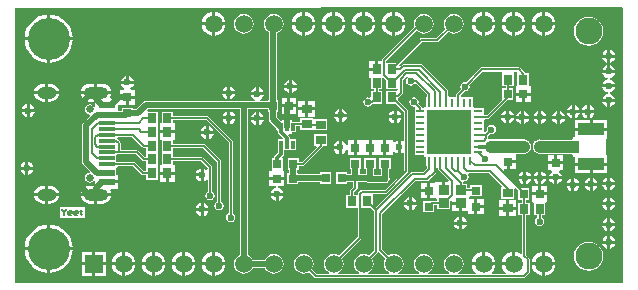
<source format=gbr>
%TF.GenerationSoftware,Altium Limited,Altium Designer,20.0.10 (225)*%
G04 Layer_Physical_Order=1*
G04 Layer_Color=255*
%FSLAX26Y26*%
%MOIN*%
%TF.FileFunction,Copper,L1,Top,Signal*%
%TF.Part,Single*%
G01*
G75*
%TA.AperFunction,SMDPad,CuDef*%
%ADD10R,0.031496X0.035433*%
%ADD11R,0.031496X0.029528*%
%ADD12R,0.035433X0.031496*%
%ADD13R,0.041339X0.039370*%
%ADD14R,0.086614X0.041339*%
%TA.AperFunction,ConnectorPad*%
%ADD15R,0.057087X0.023622*%
%ADD16R,0.057087X0.011811*%
%TA.AperFunction,SMDPad,CuDef*%
%ADD17R,0.029528X0.031496*%
%ADD18R,0.031496X0.010630*%
%ADD19R,0.010630X0.031496*%
%ADD20R,0.145669X0.145669*%
%ADD21R,0.037402X0.033465*%
%ADD22R,0.011811X0.026378*%
%TA.AperFunction,Conductor*%
%ADD23C,0.019685*%
%ADD24C,0.008000*%
%ADD25C,0.006000*%
%ADD26C,0.020000*%
%ADD27C,0.011811*%
%ADD28C,0.039370*%
%TA.AperFunction,NonConductor*%
%ADD29C,0.005000*%
%TA.AperFunction,ComponentPad*%
%ADD30C,0.059370*%
%ADD31R,0.059370X0.059370*%
%ADD32C,0.140000*%
%ADD33C,0.090000*%
%ADD34O,0.062992X0.039370*%
%ADD35O,0.082677X0.039370*%
%ADD36C,0.025591*%
%TA.AperFunction,ViaPad*%
%ADD37C,0.023622*%
G36*
X2027559Y917720D02*
X2027559Y0D01*
X0D01*
Y916803D01*
X2024019Y921252D01*
X2027559Y917720D01*
D02*
G37*
%LPC*%
G36*
X1766323Y903936D02*
Y869567D01*
X1800692D01*
X1799986Y874927D01*
X1795987Y884581D01*
X1789626Y892870D01*
X1781336Y899232D01*
X1771683Y903230D01*
X1766323Y903936D01*
D02*
G37*
G36*
X1666323D02*
Y869567D01*
X1700692D01*
X1699986Y874927D01*
X1695987Y884581D01*
X1689626Y892870D01*
X1681336Y899232D01*
X1671683Y903230D01*
X1666323Y903936D01*
D02*
G37*
G36*
X1566323D02*
Y869567D01*
X1600692D01*
X1599986Y874927D01*
X1595987Y884581D01*
X1589626Y892870D01*
X1581336Y899232D01*
X1571683Y903230D01*
X1566323Y903936D01*
D02*
G37*
G36*
X1266323D02*
Y869567D01*
X1300692D01*
X1299986Y874927D01*
X1295987Y884581D01*
X1289626Y892870D01*
X1281336Y899232D01*
X1271683Y903230D01*
X1266323Y903936D01*
D02*
G37*
G36*
X1166323D02*
Y869567D01*
X1200692D01*
X1199986Y874927D01*
X1195987Y884581D01*
X1189626Y892870D01*
X1181336Y899232D01*
X1171683Y903230D01*
X1166323Y903936D01*
D02*
G37*
G36*
X1066323D02*
Y869567D01*
X1100692D01*
X1099986Y874927D01*
X1095987Y884581D01*
X1089626Y892870D01*
X1081336Y899232D01*
X1071683Y903230D01*
X1066323Y903936D01*
D02*
G37*
G36*
X966323D02*
Y869567D01*
X1000692D01*
X999986Y874927D01*
X995987Y884581D01*
X989626Y892870D01*
X981337Y899232D01*
X971683Y903230D01*
X966323Y903936D01*
D02*
G37*
G36*
X666323D02*
Y869567D01*
X700692D01*
X699986Y874927D01*
X695987Y884581D01*
X689626Y892870D01*
X681337Y899232D01*
X671683Y903230D01*
X666323Y903936D01*
D02*
G37*
G36*
X1756323D02*
X1750963Y903230D01*
X1741309Y899232D01*
X1733019Y892870D01*
X1726658Y884581D01*
X1722659Y874927D01*
X1721954Y869567D01*
X1756323D01*
Y903936D01*
D02*
G37*
G36*
X656323D02*
X650963Y903230D01*
X641309Y899232D01*
X633019Y892870D01*
X626658Y884581D01*
X622659Y874927D01*
X621954Y869567D01*
X656323D01*
Y903936D01*
D02*
G37*
G36*
X1656323D02*
X1650963Y903230D01*
X1641309Y899232D01*
X1633019Y892870D01*
X1626658Y884581D01*
X1622659Y874927D01*
X1621954Y869567D01*
X1656323D01*
Y903936D01*
D02*
G37*
G36*
X1556323D02*
X1550963Y903230D01*
X1541309Y899232D01*
X1533019Y892870D01*
X1526658Y884581D01*
X1522659Y874927D01*
X1521954Y869567D01*
X1556323D01*
Y903936D01*
D02*
G37*
G36*
X1256323D02*
X1250963Y903230D01*
X1241309Y899232D01*
X1233019Y892870D01*
X1226658Y884581D01*
X1222659Y874927D01*
X1221954Y869567D01*
X1256323D01*
Y903936D01*
D02*
G37*
G36*
X1156323D02*
X1150963Y903230D01*
X1141309Y899232D01*
X1133019Y892870D01*
X1126658Y884581D01*
X1122659Y874927D01*
X1121954Y869567D01*
X1156323D01*
Y903936D01*
D02*
G37*
G36*
X1056323D02*
X1050963Y903230D01*
X1041309Y899232D01*
X1033019Y892870D01*
X1026658Y884581D01*
X1022659Y874927D01*
X1021954Y869567D01*
X1056323D01*
Y903936D01*
D02*
G37*
G36*
X956323D02*
X950963Y903230D01*
X941309Y899232D01*
X933019Y892870D01*
X926658Y884581D01*
X922659Y874927D01*
X921954Y869567D01*
X956323D01*
Y903936D01*
D02*
G37*
G36*
X1461323Y898038D02*
X1452660Y896898D01*
X1444587Y893554D01*
X1437655Y888235D01*
X1432336Y881303D01*
X1428992Y873230D01*
X1427851Y864567D01*
X1428992Y855904D01*
X1432336Y847831D01*
X1433586Y846202D01*
X1403578Y816194D01*
X1353386D01*
X1350850Y815690D01*
X1348700Y814253D01*
X1267750Y733303D01*
X1236942D01*
Y741349D01*
X1336563Y840971D01*
X1337655Y840899D01*
X1344587Y835580D01*
X1352660Y832236D01*
X1361323Y831096D01*
X1369986Y832236D01*
X1378059Y835580D01*
X1384991Y840899D01*
X1390310Y847831D01*
X1393654Y855904D01*
X1394794Y864567D01*
X1393654Y873230D01*
X1390310Y881303D01*
X1384991Y888235D01*
X1378059Y893554D01*
X1369986Y896898D01*
X1361323Y898038D01*
X1352660Y896898D01*
X1344587Y893554D01*
X1337655Y888235D01*
X1332336Y881303D01*
X1328992Y873230D01*
X1327851Y864567D01*
X1328992Y855904D01*
X1330093Y853245D01*
X1225629Y748781D01*
X1224192Y746631D01*
X1223688Y744095D01*
Y739803D01*
X1209724D01*
Y712087D01*
X1204724D01*
Y707087D01*
X1178976D01*
Y684370D01*
X1185476D01*
Y645768D01*
X1197078D01*
Y640705D01*
X1185476D01*
Y620817D01*
X1180476Y617852D01*
X1176102Y618722D01*
X1170128Y617533D01*
X1165064Y614149D01*
X1161680Y609085D01*
X1160491Y603111D01*
X1161680Y597137D01*
X1165064Y592072D01*
X1170128Y588688D01*
X1176102Y587500D01*
X1182076Y588688D01*
X1187141Y592072D01*
X1189570Y595707D01*
X1191273Y596046D01*
X1193754Y597703D01*
X1194322Y598272D01*
X1223972D01*
Y640705D01*
X1212371D01*
Y645768D01*
X1223972D01*
Y684370D01*
X1229148D01*
X1236658Y676860D01*
Y645768D01*
X1275153D01*
Y645768D01*
X1275206Y645761D01*
Y645683D01*
X1270209Y640705D01*
X1236658D01*
Y598272D01*
X1267750D01*
X1296522Y569499D01*
Y474808D01*
X1291522Y472135D01*
X1288038Y474463D01*
X1284528Y475162D01*
Y453918D01*
Y432674D01*
X1288038Y433372D01*
X1291522Y435701D01*
X1296522Y433028D01*
Y375065D01*
X1233203Y311745D01*
X1154730D01*
X1152194Y311241D01*
X1150044Y309804D01*
X1142937Y302697D01*
X1141500Y300547D01*
X1140995Y298011D01*
Y293513D01*
X1129694D01*
Y303091D01*
X1139265Y312662D01*
X1139265Y312662D01*
X1140923Y315143D01*
X1141505Y318069D01*
X1141505Y318070D01*
Y335842D01*
X1171786D01*
X1175128Y333609D01*
X1181102Y332421D01*
X1187076Y333609D01*
X1188062Y334267D01*
X1225324D01*
X1226309Y333609D01*
X1232284Y332421D01*
X1238258Y333609D01*
X1243322Y336993D01*
X1246706Y342057D01*
X1247895Y348031D01*
X1246706Y354006D01*
X1246048Y354991D01*
Y379156D01*
X1251532D01*
Y415684D01*
X1213035D01*
Y379156D01*
X1218519D01*
Y361796D01*
X1196835D01*
Y379156D01*
X1202319D01*
Y415684D01*
X1163823D01*
Y379156D01*
X1169306D01*
Y363371D01*
X1147623D01*
Y379156D01*
X1153106D01*
Y415684D01*
X1114610D01*
Y379156D01*
X1120094D01*
Y363371D01*
X1106161D01*
Y368854D01*
X1069634D01*
Y330358D01*
X1106161D01*
Y335842D01*
X1126211D01*
Y321237D01*
X1116640Y311665D01*
X1114982Y309184D01*
X1114400Y306258D01*
Y293513D01*
X1102799D01*
Y251080D01*
X1140995D01*
Y153612D01*
X1079688Y92304D01*
X1078059Y93554D01*
X1069986Y96898D01*
X1061323Y98038D01*
X1052660Y96898D01*
X1044587Y93554D01*
X1037655Y88235D01*
X1032336Y81303D01*
X1028992Y73230D01*
X1027851Y64567D01*
X1028992Y55904D01*
X1032336Y47831D01*
X1037655Y40899D01*
X1044587Y35580D01*
X1045385Y35249D01*
X1044390Y30249D01*
X1005013D01*
X989060Y46202D01*
X990310Y47831D01*
X993654Y55904D01*
X994794Y64567D01*
X993654Y73230D01*
X990310Y81303D01*
X984991Y88235D01*
X978058Y93554D01*
X969986Y96898D01*
X961323Y98038D01*
X952660Y96898D01*
X944587Y93554D01*
X937655Y88235D01*
X932336Y81303D01*
X928992Y73230D01*
X927851Y64567D01*
X928992Y55904D01*
X932336Y47831D01*
X937655Y40899D01*
X944587Y35580D01*
X952660Y32236D01*
X961323Y31096D01*
X969986Y32236D01*
X978058Y35580D01*
X979688Y36830D01*
X997582Y18936D01*
X999731Y17499D01*
X1002268Y16995D01*
X1695474D01*
X1698011Y17499D01*
X1700161Y18936D01*
X1713348Y32123D01*
X1714784Y34273D01*
X1715289Y36809D01*
Y78740D01*
X1714784Y81276D01*
X1713348Y83426D01*
X1703478Y93296D01*
Y225955D01*
X1716098D01*
Y268388D01*
X1702493D01*
Y277924D01*
X1714130D01*
Y316420D01*
X1687280D01*
X1628555Y375144D01*
X1630468Y379764D01*
X1638701D01*
Y404528D01*
X1643701D01*
Y409528D01*
X1669449D01*
Y429291D01*
X1673543Y431479D01*
X1695866D01*
X1704912Y433278D01*
X1708791Y435870D01*
X1714130D01*
Y440720D01*
X1717706Y446072D01*
X1719505Y455118D01*
X1717706Y464164D01*
X1714130Y469516D01*
Y474366D01*
X1708791D01*
X1704912Y476958D01*
X1695866Y478757D01*
X1584647D01*
X1580576Y477947D01*
X1576536Y482242D01*
X1576544Y482284D01*
Y490652D01*
X1582888Y496996D01*
X1586889Y496200D01*
X1592863Y497388D01*
X1597928Y500772D01*
X1601312Y505837D01*
X1602500Y511811D01*
X1601312Y517785D01*
X1597928Y522850D01*
X1592863Y526234D01*
X1586889Y527422D01*
X1580915Y526234D01*
X1575850Y522850D01*
X1572466Y517785D01*
X1571278Y511811D01*
X1572074Y507810D01*
X1567555Y503292D01*
X1564964Y503359D01*
X1562555Y505478D01*
Y523107D01*
X1562555D01*
Y525163D01*
X1562555D01*
Y542792D01*
X1562555Y542792D01*
X1564383Y547035D01*
X1574384D01*
X1576920Y547540D01*
X1579070Y548976D01*
X1640634Y610540D01*
X1659227D01*
Y649036D01*
X1647590D01*
Y657036D01*
X1661195D01*
Y699469D01*
X1661195D01*
X1661267Y704440D01*
X1673808D01*
X1673880Y699469D01*
X1673880D01*
X1673880Y657037D01*
X1669502Y655536D01*
X1669349D01*
Y634788D01*
X1694112D01*
X1718876D01*
Y655536D01*
X1716755D01*
X1712376Y657037D01*
X1712376Y660536D01*
Y699469D01*
X1700211D01*
X1700193Y699562D01*
X1698535Y702043D01*
X1698535Y702043D01*
X1683084Y717494D01*
X1680603Y719151D01*
X1677677Y719734D01*
X1556575D01*
X1553648Y719151D01*
X1551168Y717494D01*
X1503213Y669540D01*
X1499213Y670335D01*
X1493238Y669147D01*
X1488174Y665763D01*
X1484790Y660698D01*
X1483602Y654724D01*
X1484790Y648750D01*
X1485735Y647336D01*
X1470971Y632572D01*
X1469313Y630092D01*
X1468731Y627165D01*
Y623819D01*
X1465508Y620155D01*
X1447878D01*
X1447878Y620155D01*
X1443635Y621983D01*
Y639764D01*
X1443131Y642300D01*
X1441694Y644450D01*
X1358375Y727769D01*
X1356225Y729206D01*
X1353689Y729710D01*
X1293949D01*
X1291413Y729206D01*
X1289263Y727769D01*
X1283164Y721670D01*
X1282137Y721874D01*
X1280491Y727300D01*
X1356131Y802940D01*
X1406323D01*
X1408859Y803444D01*
X1411009Y804881D01*
X1442958Y836830D01*
X1444587Y835580D01*
X1452660Y832236D01*
X1461323Y831096D01*
X1469986Y832236D01*
X1478059Y835580D01*
X1484991Y840899D01*
X1490310Y847831D01*
X1493654Y855904D01*
X1494794Y864567D01*
X1493654Y873230D01*
X1490310Y881303D01*
X1484991Y888235D01*
X1478059Y893554D01*
X1469986Y896898D01*
X1461323Y898038D01*
D02*
G37*
G36*
X761323D02*
X752660Y896898D01*
X744587Y893554D01*
X737655Y888235D01*
X732336Y881303D01*
X728992Y873230D01*
X727851Y864567D01*
X728992Y855904D01*
X732336Y847831D01*
X737655Y840899D01*
X744587Y835580D01*
X752660Y832236D01*
X761323Y831096D01*
X769986Y832236D01*
X778058Y835580D01*
X784991Y840899D01*
X790310Y847831D01*
X793654Y855904D01*
X794794Y864567D01*
X793654Y873230D01*
X790310Y881303D01*
X784991Y888235D01*
X778058Y893554D01*
X769986Y896898D01*
X761323Y898038D01*
D02*
G37*
G36*
X1700692Y859567D02*
X1666323D01*
Y825198D01*
X1671683Y825903D01*
X1681336Y829902D01*
X1689626Y836263D01*
X1695987Y844553D01*
X1699986Y854207D01*
X1700692Y859567D01*
D02*
G37*
G36*
X1600692D02*
X1566323D01*
Y825198D01*
X1571683Y825903D01*
X1581336Y829902D01*
X1589626Y836263D01*
X1595987Y844553D01*
X1599986Y854207D01*
X1600692Y859567D01*
D02*
G37*
G36*
X1200692D02*
X1166323D01*
Y825198D01*
X1171683Y825903D01*
X1181336Y829902D01*
X1189626Y836263D01*
X1195987Y844553D01*
X1199986Y854207D01*
X1200692Y859567D01*
D02*
G37*
G36*
X1100692D02*
X1066323D01*
Y825198D01*
X1071683Y825903D01*
X1081336Y829902D01*
X1089626Y836263D01*
X1095987Y844553D01*
X1099986Y854207D01*
X1100692Y859567D01*
D02*
G37*
G36*
X1000692D02*
X966323D01*
Y825198D01*
X971683Y825903D01*
X981337Y829902D01*
X989626Y836263D01*
X995987Y844553D01*
X999986Y854207D01*
X1000692Y859567D01*
D02*
G37*
G36*
X700692D02*
X666323D01*
Y825198D01*
X671683Y825903D01*
X681337Y829902D01*
X689626Y836263D01*
X695987Y844553D01*
X699986Y854207D01*
X700692Y859567D01*
D02*
G37*
G36*
X1800692D02*
X1766323D01*
Y825198D01*
X1771683Y825903D01*
X1781336Y829902D01*
X1789626Y836263D01*
X1795987Y844553D01*
X1799986Y854207D01*
X1800692Y859567D01*
D02*
G37*
G36*
X1300692D02*
X1266323D01*
Y825198D01*
X1271683Y825903D01*
X1281336Y829902D01*
X1289626Y836263D01*
X1295987Y844553D01*
X1299986Y854207D01*
X1300692Y859567D01*
D02*
G37*
G36*
X1756323D02*
X1721954D01*
X1722659Y854207D01*
X1726658Y844553D01*
X1733019Y836263D01*
X1741309Y829902D01*
X1750963Y825903D01*
X1756323Y825198D01*
Y859567D01*
D02*
G37*
G36*
X1656323D02*
X1621954D01*
X1622659Y854207D01*
X1626658Y844553D01*
X1633019Y836263D01*
X1641309Y829902D01*
X1650963Y825903D01*
X1656323Y825198D01*
Y859567D01*
D02*
G37*
G36*
X1556323D02*
X1521954D01*
X1522659Y854207D01*
X1526658Y844553D01*
X1533019Y836263D01*
X1541309Y829902D01*
X1550963Y825903D01*
X1556323Y825198D01*
Y859567D01*
D02*
G37*
G36*
X1256323D02*
X1221954D01*
X1222659Y854207D01*
X1226658Y844553D01*
X1233019Y836263D01*
X1241309Y829902D01*
X1250963Y825903D01*
X1256323Y825198D01*
Y859567D01*
D02*
G37*
G36*
X1156323D02*
X1121954D01*
X1122659Y854207D01*
X1126658Y844553D01*
X1133019Y836263D01*
X1141309Y829902D01*
X1150963Y825903D01*
X1156323Y825198D01*
Y859567D01*
D02*
G37*
G36*
X1056323D02*
X1021954D01*
X1022659Y854207D01*
X1026658Y844553D01*
X1033019Y836263D01*
X1041309Y829902D01*
X1050963Y825903D01*
X1056323Y825198D01*
Y859567D01*
D02*
G37*
G36*
X956323D02*
X921954D01*
X922659Y854207D01*
X926658Y844553D01*
X933019Y836263D01*
X941309Y829902D01*
X950963Y825903D01*
X956323Y825198D01*
Y859567D01*
D02*
G37*
G36*
X656323D02*
X621954D01*
X622659Y854207D01*
X626658Y844553D01*
X633019Y836263D01*
X641309Y829902D01*
X650963Y825903D01*
X656323Y825198D01*
Y859567D01*
D02*
G37*
G36*
X116323Y894462D02*
Y819567D01*
X191217D01*
X190165Y830250D01*
X185591Y845330D01*
X178162Y859228D01*
X168165Y871409D01*
X155983Y881406D01*
X142086Y888835D01*
X127005Y893409D01*
X116323Y894462D01*
D02*
G37*
G36*
X106323D02*
X95640Y893409D01*
X80560Y888835D01*
X66662Y881406D01*
X54480Y871409D01*
X44483Y859228D01*
X37055Y845330D01*
X32480Y830250D01*
X31428Y819567D01*
X106323D01*
Y894462D01*
D02*
G37*
G36*
X1911323Y888485D02*
X1898662Y886818D01*
X1886864Y881932D01*
X1876732Y874158D01*
X1868958Y864026D01*
X1864071Y852228D01*
X1862404Y839567D01*
X1864071Y826906D01*
X1868958Y815108D01*
X1876732Y804976D01*
X1886864Y797202D01*
X1898662Y792315D01*
X1911323Y790648D01*
X1923984Y792315D01*
X1935782Y797202D01*
X1945913Y804976D01*
X1953688Y815108D01*
X1958574Y826906D01*
X1960241Y839567D01*
X1958574Y852228D01*
X1953688Y864026D01*
X1945913Y874158D01*
X1935782Y881932D01*
X1923984Y886818D01*
X1911323Y888485D01*
D02*
G37*
G36*
X1983347Y777543D02*
Y761299D01*
X1999590D01*
X1998892Y764809D01*
X1994071Y772024D01*
X1986857Y776845D01*
X1983347Y777543D01*
D02*
G37*
G36*
X1973347D02*
X1969836Y776845D01*
X1962622Y772024D01*
X1957801Y764809D01*
X1957103Y761299D01*
X1973347D01*
Y777543D01*
D02*
G37*
G36*
X1999590Y751299D02*
X1983347D01*
Y735056D01*
X1986857Y735754D01*
X1994071Y740574D01*
X1998892Y747789D01*
X1999590Y751299D01*
D02*
G37*
G36*
X1973347D02*
X1957103D01*
X1957801Y747789D01*
X1962622Y740574D01*
X1969836Y735754D01*
X1973347Y735056D01*
Y751299D01*
D02*
G37*
G36*
X191217Y809567D02*
X116323D01*
Y734672D01*
X127005Y735724D01*
X142086Y740299D01*
X155983Y747727D01*
X168165Y757725D01*
X178162Y769906D01*
X185591Y783804D01*
X190165Y798884D01*
X191217Y809567D01*
D02*
G37*
G36*
X106323D02*
X31428D01*
X32480Y798884D01*
X37055Y783804D01*
X44483Y769906D01*
X54480Y757725D01*
X66662Y747727D01*
X80560Y740299D01*
X95640Y735724D01*
X106323Y734672D01*
Y809567D01*
D02*
G37*
G36*
X1199724Y739803D02*
X1178976D01*
Y717087D01*
X1199724D01*
Y739803D01*
D02*
G37*
G36*
X1983347Y726755D02*
Y710512D01*
X1999590D01*
X1998892Y714022D01*
X1994072Y721237D01*
X1986857Y726057D01*
X1983347Y726755D01*
D02*
G37*
G36*
X1973347D02*
X1969836Y726057D01*
X1962622Y721237D01*
X1957801Y714022D01*
X1957103Y710512D01*
X1973347D01*
Y726755D01*
D02*
G37*
G36*
X379016Y689942D02*
Y673698D01*
X395259D01*
X394561Y677208D01*
X389741Y684423D01*
X382526Y689243D01*
X379016Y689942D01*
D02*
G37*
G36*
X369016D02*
X365505Y689243D01*
X358291Y684423D01*
X353470Y677208D01*
X352772Y673698D01*
X369016D01*
Y689942D01*
D02*
G37*
G36*
X1999590Y700512D02*
X1957103D01*
X1957801Y697002D01*
X1962622Y689787D01*
X1969836Y684966D01*
X1974430Y684053D01*
Y678955D01*
X1969836Y678041D01*
X1962622Y673220D01*
X1957801Y666005D01*
X1957103Y662495D01*
X1999590D01*
X1998892Y666005D01*
X1994072Y673220D01*
X1986857Y678041D01*
X1982263Y678955D01*
Y684053D01*
X1986857Y684966D01*
X1994072Y689787D01*
X1998892Y697002D01*
X1999590Y700512D01*
D02*
G37*
G36*
X922402Y677275D02*
Y661032D01*
X938645D01*
X937947Y664542D01*
X933126Y671757D01*
X925912Y676577D01*
X922402Y677275D01*
D02*
G37*
G36*
X912402D02*
X908891Y676577D01*
X901677Y671757D01*
X896856Y664542D01*
X896158Y661032D01*
X912402D01*
Y677275D01*
D02*
G37*
G36*
X290750Y664981D02*
X274096D01*
Y640039D01*
X320033D01*
X319671Y642789D01*
X316680Y650010D01*
X311922Y656211D01*
X305721Y660969D01*
X298499Y663960D01*
X290750Y664981D01*
D02*
G37*
G36*
X116340D02*
X109529D01*
Y640039D01*
X145623D01*
X145261Y642789D01*
X142270Y650010D01*
X137512Y656211D01*
X131311Y660969D01*
X124090Y663960D01*
X116340Y664981D01*
D02*
G37*
G36*
X99529D02*
X92718D01*
X84969Y663960D01*
X77748Y660969D01*
X71547Y656211D01*
X66789Y650010D01*
X63797Y642789D01*
X63435Y640039D01*
X99529D01*
Y664981D01*
D02*
G37*
G36*
X264096D02*
X247443D01*
X239693Y663960D01*
X232472Y660969D01*
X226271Y656211D01*
X221513Y650010D01*
X218522Y642789D01*
X218160Y640039D01*
X264096D01*
Y664981D01*
D02*
G37*
G36*
X716877Y655423D02*
Y639179D01*
X733120D01*
X732422Y642689D01*
X727601Y649904D01*
X720387Y654724D01*
X716877Y655423D01*
D02*
G37*
G36*
X706877D02*
X703366Y654724D01*
X696152Y649904D01*
X691331Y642689D01*
X690633Y639179D01*
X706877D01*
Y655423D01*
D02*
G37*
G36*
X812070Y652795D02*
Y636551D01*
X828314D01*
X827615Y640062D01*
X822795Y647276D01*
X815580Y652097D01*
X812070Y652795D01*
D02*
G37*
G36*
X802070D02*
X798560Y652097D01*
X791345Y647276D01*
X786524Y640062D01*
X785826Y636551D01*
X802070D01*
Y652795D01*
D02*
G37*
G36*
X938645Y651032D02*
X922402D01*
Y634788D01*
X925912Y635486D01*
X933126Y640307D01*
X937947Y647521D01*
X938645Y651032D01*
D02*
G37*
G36*
X912402D02*
X896158D01*
X896856Y647521D01*
X901677Y640307D01*
X908891Y635486D01*
X912402Y634788D01*
Y651032D01*
D02*
G37*
G36*
X1999590Y652495D02*
X1957103D01*
X1957801Y648985D01*
X1962622Y641770D01*
X1969836Y636950D01*
X1974744Y635974D01*
Y630876D01*
X1969836Y629899D01*
X1962622Y625079D01*
X1957801Y617864D01*
X1957103Y614354D01*
X1999590D01*
X1998892Y617864D01*
X1994072Y625079D01*
X1986857Y629899D01*
X1981949Y630876D01*
Y635974D01*
X1986857Y636950D01*
X1994072Y641770D01*
X1998892Y648985D01*
X1999590Y652495D01*
D02*
G37*
G36*
X733120Y629179D02*
X716877D01*
Y612935D01*
X720387Y613633D01*
X727601Y618454D01*
X732422Y625669D01*
X733120Y629179D01*
D02*
G37*
G36*
X706877D02*
X690633D01*
X691331Y625669D01*
X696152Y618454D01*
X703366Y613633D01*
X706877Y612935D01*
Y629179D01*
D02*
G37*
G36*
X861323Y898038D02*
X852660Y896898D01*
X844587Y893554D01*
X837655Y888235D01*
X832336Y881303D01*
X828992Y873230D01*
X827851Y864567D01*
X828992Y855904D01*
X832336Y847831D01*
X837655Y840899D01*
X844587Y835580D01*
X845648Y835140D01*
Y609701D01*
X840988D01*
Y606519D01*
X817180D01*
X816583Y608194D01*
X816348Y611519D01*
X822795Y615827D01*
X827615Y623041D01*
X828314Y626551D01*
X785826D01*
X786524Y623041D01*
X791345Y615827D01*
X797792Y611519D01*
X797557Y608194D01*
X796960Y606519D01*
X761323D01*
X758614Y605980D01*
X755905Y606519D01*
X435435D01*
X430229Y605483D01*
X425815Y602534D01*
X403223Y579942D01*
X393264D01*
Y584602D01*
X354768D01*
Y575021D01*
X343663D01*
Y593769D01*
X348268Y594724D01*
X348663Y594724D01*
X369016D01*
Y619488D01*
X374016D01*
Y624488D01*
X399764D01*
Y644252D01*
X385688D01*
X384172Y649252D01*
X389741Y652973D01*
X394561Y660188D01*
X395259Y663698D01*
X352772D01*
X353470Y660188D01*
X358291Y652973D01*
X363860Y649252D01*
X362343Y644252D01*
X348268D01*
Y615679D01*
X343663Y614725D01*
X343268Y614724D01*
X318231D01*
X316020Y619209D01*
X316680Y620069D01*
X319671Y627290D01*
X320033Y630039D01*
X269096D01*
X218160D01*
X218522Y627290D01*
X221513Y620069D01*
X226271Y613868D01*
X232472Y609110D01*
X239693Y606118D01*
X247443Y605098D01*
X266577D01*
Y589613D01*
X261577Y588096D01*
X259978Y590488D01*
X254588Y594090D01*
X248230Y595355D01*
X241872Y594090D01*
X236482Y590488D01*
X232880Y585098D01*
X231616Y578740D01*
X232880Y572382D01*
X236482Y566992D01*
X241872Y563390D01*
X246916Y562387D01*
X248696Y558682D01*
X248886Y557285D01*
X226601Y535001D01*
X223652Y530587D01*
X222617Y525381D01*
Y404528D01*
X223652Y399322D01*
X226601Y394908D01*
X248875Y372634D01*
X248692Y371262D01*
X246906Y367532D01*
X241872Y366531D01*
X236482Y362929D01*
X232880Y357539D01*
X231616Y351181D01*
X232880Y344823D01*
X236482Y339433D01*
X241872Y335831D01*
X248230Y334567D01*
X254588Y335831D01*
X259978Y339433D01*
X261577Y341825D01*
X266577Y340308D01*
Y324823D01*
X247443D01*
X239693Y323803D01*
X232472Y320812D01*
X226271Y316053D01*
X221513Y309853D01*
X218522Y302631D01*
X218160Y299882D01*
X269096D01*
X320033D01*
X319671Y302631D01*
X316680Y309853D01*
X316020Y310712D01*
X318231Y315197D01*
X343663D01*
Y332008D01*
X305120D01*
Y342008D01*
X343663D01*
Y358819D01*
X337163D01*
Y381658D01*
X337163Y383815D01*
X337163D01*
Y384436D01*
X341013Y389436D01*
X392924D01*
X420974Y361386D01*
X423124Y359949D01*
X425660Y359445D01*
X436862D01*
Y344856D01*
X475358D01*
Y387288D01*
X475358D01*
Y390959D01*
X475358D01*
Y433391D01*
X475358D01*
Y437062D01*
X475358D01*
Y479494D01*
X475358D01*
Y483164D01*
X475358D01*
Y525597D01*
X475358D01*
Y529267D01*
X475358D01*
Y571700D01*
X442444D01*
X440255Y576587D01*
X442381Y579311D01*
X747719D01*
Y94851D01*
X744587Y93554D01*
X737655Y88235D01*
X732336Y81303D01*
X728992Y73230D01*
X727851Y64567D01*
X728992Y55904D01*
X732336Y47831D01*
X737655Y40899D01*
X744587Y35580D01*
X752660Y32236D01*
X761323Y31096D01*
X769986Y32236D01*
X778058Y35580D01*
X784991Y40899D01*
X790310Y47831D01*
X791607Y50963D01*
X831038D01*
X832336Y47831D01*
X837655Y40899D01*
X844587Y35580D01*
X852660Y32236D01*
X861323Y31096D01*
X869986Y32236D01*
X878058Y35580D01*
X884991Y40899D01*
X890310Y47831D01*
X893654Y55904D01*
X894794Y64567D01*
X893654Y73230D01*
X890310Y81303D01*
X884991Y88235D01*
X878058Y93554D01*
X869986Y96898D01*
X861323Y98038D01*
X852660Y96898D01*
X844587Y93554D01*
X837655Y88235D01*
X832336Y81303D01*
X831038Y78171D01*
X791607D01*
X790310Y81303D01*
X784991Y88235D01*
X778058Y93554D01*
X774927Y94851D01*
Y579311D01*
X840988D01*
Y571205D01*
X845648D01*
Y546768D01*
X846683Y541562D01*
X849633Y537148D01*
X869253Y517528D01*
X869758Y514987D01*
X872707Y510573D01*
X876237Y508215D01*
Y502766D01*
X876967Y499096D01*
X879046Y495985D01*
X891417Y483614D01*
X889345Y478614D01*
X876421D01*
Y462851D01*
X876237Y461925D01*
Y435287D01*
X866250Y425300D01*
X864172Y422189D01*
X863442Y418519D01*
Y416606D01*
X854768D01*
Y379075D01*
X854768Y378110D01*
X852439Y374075D01*
X846831D01*
Y353327D01*
X871595D01*
X896359D01*
Y374075D01*
X893624D01*
X891295Y378110D01*
X891295Y379075D01*
Y416606D01*
X891213D01*
X889299Y421226D01*
X892608Y424534D01*
X894687Y427645D01*
X895417Y431315D01*
Y440522D01*
X896106Y445236D01*
X900417Y445236D01*
X914917Y445236D01*
X919917Y445236D01*
X934602D01*
Y478614D01*
X916731Y478614D01*
X915102Y483081D01*
X915056Y483309D01*
X914372Y486750D01*
X912293Y489862D01*
X909770Y492384D01*
X911684Y497004D01*
X921417D01*
Y503504D01*
X934602D01*
Y522802D01*
X950653D01*
Y510181D01*
X993086D01*
Y510181D01*
X997503Y508774D01*
Y508701D01*
X1039936D01*
Y547197D01*
X997503D01*
Y547197D01*
X993086Y548603D01*
Y548677D01*
X950653D01*
Y536056D01*
X934602D01*
Y536882D01*
X921417D01*
Y543382D01*
X910512D01*
Y520193D01*
X900512D01*
Y543382D01*
X889606D01*
Y542723D01*
X884606Y540652D01*
X872856Y552402D01*
Y571205D01*
X877516D01*
Y609701D01*
X872856D01*
Y833425D01*
X878058Y835580D01*
X884991Y840899D01*
X890310Y847831D01*
X893654Y855904D01*
X894794Y864567D01*
X893654Y873230D01*
X890310Y881303D01*
X884991Y888235D01*
X878058Y893554D01*
X869986Y896898D01*
X861323Y898038D01*
D02*
G37*
G36*
X145623Y630039D02*
X109529D01*
Y605098D01*
X116340D01*
X124090Y606118D01*
X131311Y609110D01*
X137512Y613868D01*
X142270Y620069D01*
X145261Y627290D01*
X145623Y630039D01*
D02*
G37*
G36*
X99529D02*
X63435D01*
X63797Y627290D01*
X66789Y620069D01*
X71547Y613868D01*
X77748Y609110D01*
X84969Y606118D01*
X92718Y605098D01*
X99529D01*
Y630039D01*
D02*
G37*
G36*
X1718876Y624788D02*
X1699112D01*
Y604040D01*
X1718876D01*
Y624788D01*
D02*
G37*
G36*
X1689112D02*
X1669349D01*
Y604040D01*
X1689112D01*
Y624788D01*
D02*
G37*
G36*
X937165Y616201D02*
X917402D01*
Y595452D01*
X937165D01*
Y616201D01*
D02*
G37*
G36*
X907402D02*
X887638D01*
Y595452D01*
X907402D01*
Y616201D01*
D02*
G37*
G36*
X399764Y614488D02*
X379016D01*
Y594724D01*
X399764D01*
Y614488D01*
D02*
G37*
G36*
X1999590Y604354D02*
X1983347D01*
Y588110D01*
X1986857Y588808D01*
X1994072Y593629D01*
X1998892Y600844D01*
X1999590Y604354D01*
D02*
G37*
G36*
X1973347D02*
X1957103D01*
X1957801Y600844D01*
X1962622Y593629D01*
X1969836Y588808D01*
X1973347Y588110D01*
Y604354D01*
D02*
G37*
G36*
X999586Y606358D02*
X976869D01*
Y585610D01*
X999586D01*
Y606358D01*
D02*
G37*
G36*
X966869D02*
X944153D01*
Y585610D01*
X966869D01*
Y606358D01*
D02*
G37*
G36*
X48089Y596265D02*
Y580021D01*
X64333D01*
X63635Y583531D01*
X58814Y590746D01*
X51599Y595567D01*
X48089Y596265D01*
D02*
G37*
G36*
X38089D02*
X34579Y595567D01*
X27364Y590746D01*
X22544Y583531D01*
X21845Y580021D01*
X38089D01*
Y596265D01*
D02*
G37*
G36*
X1914449Y593021D02*
Y576777D01*
X1930693D01*
X1929994Y580287D01*
X1925174Y587502D01*
X1917959Y592323D01*
X1914449Y593021D01*
D02*
G37*
G36*
X1904449D02*
X1900939Y592323D01*
X1893724Y587502D01*
X1888903Y580287D01*
X1888205Y576777D01*
X1904449D01*
Y593021D01*
D02*
G37*
G36*
X1865236Y593016D02*
Y576773D01*
X1881480D01*
X1880782Y580283D01*
X1875961Y587497D01*
X1868746Y592318D01*
X1865236Y593016D01*
D02*
G37*
G36*
X1855236D02*
X1851726Y592318D01*
X1844511Y587497D01*
X1839691Y580283D01*
X1838993Y576773D01*
X1855236D01*
Y593016D01*
D02*
G37*
G36*
X937165Y585452D02*
X917402D01*
Y564705D01*
X937165D01*
Y585452D01*
D02*
G37*
G36*
X907402D02*
X887638D01*
Y564705D01*
X907402D01*
Y585452D01*
D02*
G37*
G36*
X1089991Y579926D02*
Y563682D01*
X1106234D01*
X1105536Y567192D01*
X1100716Y574407D01*
X1093501Y579227D01*
X1089991Y579926D01*
D02*
G37*
G36*
X1079991D02*
X1076480Y579227D01*
X1069266Y574407D01*
X1064445Y567192D01*
X1063747Y563682D01*
X1079991D01*
Y579926D01*
D02*
G37*
G36*
X1645963Y575513D02*
Y559269D01*
X1662207D01*
X1661508Y562780D01*
X1656688Y569994D01*
X1649473Y574815D01*
X1645963Y575513D01*
D02*
G37*
G36*
X1635963D02*
X1632453Y574815D01*
X1625238Y569994D01*
X1620417Y562780D01*
X1619719Y559269D01*
X1635963D01*
Y575513D01*
D02*
G37*
G36*
X1271323Y575153D02*
Y558909D01*
X1287566D01*
X1286868Y562419D01*
X1282048Y569634D01*
X1274833Y574454D01*
X1271323Y575153D01*
D02*
G37*
G36*
X1261323D02*
X1257813Y574454D01*
X1250598Y569634D01*
X1245777Y562419D01*
X1245079Y558909D01*
X1261323D01*
Y575153D01*
D02*
G37*
G36*
X1816024Y573938D02*
Y557695D01*
X1832267D01*
X1831569Y561205D01*
X1826748Y568420D01*
X1819534Y573240D01*
X1816024Y573938D01*
D02*
G37*
G36*
X1806024D02*
X1802513Y573240D01*
X1795299Y568420D01*
X1790478Y561205D01*
X1789780Y557695D01*
X1806024D01*
Y573938D01*
D02*
G37*
G36*
X1754016D02*
Y557695D01*
X1770259D01*
X1769561Y561205D01*
X1764741Y568420D01*
X1757526Y573240D01*
X1754016Y573938D01*
D02*
G37*
G36*
X1744016D02*
X1740505Y573240D01*
X1733291Y568420D01*
X1728470Y561205D01*
X1727772Y557695D01*
X1744016D01*
Y573938D01*
D02*
G37*
G36*
X1695943D02*
Y557695D01*
X1712187D01*
X1711489Y561205D01*
X1706668Y568420D01*
X1699454Y573240D01*
X1695943Y573938D01*
D02*
G37*
G36*
X1685943D02*
X1682433Y573240D01*
X1675218Y568420D01*
X1670398Y561205D01*
X1669700Y557695D01*
X1685943D01*
Y573938D01*
D02*
G37*
G36*
X717530Y571847D02*
Y555604D01*
X733774D01*
X733075Y559114D01*
X728255Y566329D01*
X721040Y571149D01*
X717530Y571847D01*
D02*
G37*
G36*
X707530D02*
X704020Y571149D01*
X696805Y566329D01*
X691984Y559114D01*
X691286Y555604D01*
X707530D01*
Y571847D01*
D02*
G37*
G36*
X999586Y575610D02*
X976869D01*
Y554862D01*
X999586D01*
Y575610D01*
D02*
G37*
G36*
X966869D02*
X944153D01*
Y554862D01*
X966869D01*
Y575610D01*
D02*
G37*
G36*
X812070Y570153D02*
Y553909D01*
X828314D01*
X827615Y557419D01*
X822795Y564634D01*
X815580Y569454D01*
X812070Y570153D01*
D02*
G37*
G36*
X802070D02*
X798560Y569454D01*
X791345Y564634D01*
X786524Y557419D01*
X785826Y553909D01*
X802070D01*
Y570153D01*
D02*
G37*
G36*
X64333Y570021D02*
X48089D01*
Y553778D01*
X51599Y554476D01*
X58814Y559296D01*
X63635Y566511D01*
X64333Y570021D01*
D02*
G37*
G36*
X38089D02*
X21845D01*
X22544Y566511D01*
X27364Y559296D01*
X34579Y554476D01*
X38089Y553778D01*
Y570021D01*
D02*
G37*
G36*
X1930693Y566777D02*
X1914449D01*
Y550534D01*
X1917959Y551232D01*
X1925174Y556052D01*
X1929994Y563267D01*
X1930693Y566777D01*
D02*
G37*
G36*
X1904449D02*
X1888205D01*
X1888903Y563267D01*
X1893724Y556052D01*
X1900939Y551232D01*
X1904449Y550534D01*
Y566777D01*
D02*
G37*
G36*
X1881480Y566773D02*
X1865236D01*
Y550529D01*
X1868746Y551227D01*
X1875961Y556048D01*
X1880782Y563262D01*
X1881480Y566773D01*
D02*
G37*
G36*
X1855236D02*
X1838993D01*
X1839691Y563262D01*
X1844511Y556048D01*
X1851726Y551227D01*
X1855236Y550529D01*
Y566773D01*
D02*
G37*
G36*
X1106234Y553682D02*
X1089991D01*
Y537438D01*
X1093501Y538136D01*
X1100716Y542957D01*
X1105536Y550172D01*
X1106234Y553682D01*
D02*
G37*
G36*
X1079991D02*
X1063747D01*
X1064445Y550172D01*
X1069266Y542957D01*
X1076480Y538136D01*
X1079991Y537438D01*
Y553682D01*
D02*
G37*
G36*
X1662207Y549269D02*
X1645963D01*
Y533026D01*
X1649473Y533724D01*
X1656688Y538545D01*
X1661508Y545759D01*
X1662207Y549269D01*
D02*
G37*
G36*
X1635963D02*
X1619719D01*
X1620417Y545759D01*
X1625238Y538545D01*
X1632453Y533724D01*
X1635963Y533026D01*
Y549269D01*
D02*
G37*
G36*
X1287566Y548909D02*
X1271323D01*
Y532665D01*
X1274833Y533363D01*
X1282048Y538184D01*
X1286868Y545399D01*
X1287566Y548909D01*
D02*
G37*
G36*
X1261323D02*
X1245079D01*
X1245777Y545399D01*
X1250598Y538184D01*
X1257813Y533363D01*
X1261323Y532665D01*
Y548909D01*
D02*
G37*
G36*
X1832267Y547695D02*
X1816024D01*
Y531451D01*
X1819534Y532149D01*
X1826748Y536970D01*
X1831569Y544184D01*
X1832267Y547695D01*
D02*
G37*
G36*
X1806024D02*
X1789780D01*
X1790478Y544184D01*
X1795299Y536970D01*
X1802513Y532149D01*
X1806024Y531451D01*
Y547695D01*
D02*
G37*
G36*
X1770259D02*
X1754016D01*
Y531451D01*
X1757526Y532149D01*
X1764741Y536970D01*
X1769561Y544184D01*
X1770259Y547695D01*
D02*
G37*
G36*
X1744016D02*
X1727772D01*
X1728470Y544184D01*
X1733291Y536970D01*
X1740505Y532149D01*
X1744016Y531451D01*
Y547695D01*
D02*
G37*
G36*
X1712187D02*
X1695943D01*
Y531451D01*
X1699454Y532149D01*
X1706668Y536970D01*
X1711489Y544184D01*
X1712187Y547695D01*
D02*
G37*
G36*
X1685943D02*
X1669700D01*
X1670398Y544184D01*
X1675218Y536970D01*
X1682433Y532149D01*
X1685943Y531451D01*
Y547695D01*
D02*
G37*
G36*
X733774Y545604D02*
X717530D01*
Y529360D01*
X721040Y530058D01*
X728255Y534879D01*
X733075Y542094D01*
X733774Y545604D01*
D02*
G37*
G36*
X707530D02*
X691286D01*
X691984Y542094D01*
X696805Y534879D01*
X704020Y530058D01*
X707530Y529360D01*
Y545604D01*
D02*
G37*
G36*
X828314Y543909D02*
X812070D01*
Y527665D01*
X815580Y528363D01*
X822795Y533184D01*
X827615Y540399D01*
X828314Y543909D01*
D02*
G37*
G36*
X802070D02*
X785826D01*
X786524Y540399D01*
X791345Y533184D01*
X798560Y528363D01*
X802070Y527665D01*
Y543909D01*
D02*
G37*
G36*
X1972598Y542993D02*
X1924291D01*
Y517324D01*
X1972598D01*
Y542993D01*
D02*
G37*
G36*
X1914291D02*
X1865984D01*
Y517324D01*
X1914291D01*
Y542993D01*
D02*
G37*
G36*
X644764Y523416D02*
Y507172D01*
X661008D01*
X660309Y510682D01*
X655489Y517897D01*
X648274Y522718D01*
X644764Y523416D01*
D02*
G37*
G36*
X634764D02*
X631254Y522718D01*
X624039Y517897D01*
X619218Y510682D01*
X618520Y507172D01*
X634764D01*
Y523416D01*
D02*
G37*
G36*
X1972598Y507324D02*
X1919291D01*
X1865984D01*
Y487718D01*
X1859252D01*
Y482403D01*
X1856302Y477892D01*
X1753365D01*
X1749016Y478757D01*
X1739969Y476958D01*
X1736091Y474366D01*
X1730752D01*
Y469516D01*
X1727176Y464164D01*
X1725377Y455118D01*
X1727176Y446072D01*
X1730752Y440720D01*
Y435870D01*
X1735661D01*
X1740834Y432413D01*
X1749881Y430614D01*
X1856302D01*
X1859252Y426103D01*
Y420788D01*
X1865984D01*
Y401182D01*
X1919291D01*
X1972598D01*
Y426851D01*
X1970472D01*
Y481655D01*
X1972598D01*
Y507324D01*
D02*
G37*
G36*
X661008Y497172D02*
X644764D01*
Y480928D01*
X648274Y481627D01*
X655489Y486447D01*
X660309Y493662D01*
X661008Y497172D01*
D02*
G37*
G36*
X634764D02*
X618520D01*
X619218Y493662D01*
X624039Y486447D01*
X631254Y481627D01*
X634764Y480928D01*
Y497172D01*
D02*
G37*
G36*
X1128858Y475334D02*
X1108110D01*
Y461673D01*
X1103569Y460743D01*
X1103110Y460841D01*
X1098402Y467887D01*
X1091187Y472708D01*
X1087677Y473406D01*
Y452162D01*
Y430919D01*
X1091187Y431617D01*
X1098402Y436438D01*
X1103110Y443484D01*
X1103569Y443581D01*
X1108110Y442652D01*
Y425806D01*
X1128858D01*
Y450570D01*
Y475334D01*
D02*
G37*
G36*
X1077677Y473406D02*
X1074167Y472708D01*
X1066952Y467887D01*
X1062132Y460673D01*
X1061434Y457162D01*
X1077677D01*
Y473406D01*
D02*
G37*
G36*
X1258032Y475334D02*
X1237284D01*
Y450570D01*
Y425806D01*
X1258032D01*
Y437830D01*
X1263032Y439347D01*
X1263803Y438193D01*
X1271017Y433372D01*
X1274528Y432674D01*
Y453918D01*
Y475162D01*
X1271017Y474463D01*
X1263803Y469643D01*
X1263032Y468489D01*
X1258032Y470005D01*
Y475334D01*
D02*
G37*
G36*
X1077677Y447162D02*
X1061434D01*
X1062132Y443652D01*
X1066952Y436438D01*
X1074167Y431617D01*
X1077677Y430919D01*
Y447162D01*
D02*
G37*
G36*
X1227284Y475334D02*
X1188071D01*
Y450570D01*
Y425806D01*
X1227284D01*
Y450570D01*
Y475334D01*
D02*
G37*
G36*
X1178071D02*
X1138858D01*
Y450570D01*
Y425806D01*
X1178071D01*
Y450570D01*
Y475334D01*
D02*
G37*
G36*
X1826929Y425351D02*
X1806181D01*
Y405588D01*
X1826929D01*
Y425351D01*
D02*
G37*
G36*
X1796181D02*
X1775433D01*
Y405588D01*
X1796181D01*
Y425351D01*
D02*
G37*
G36*
X1039936Y496015D02*
X997503D01*
Y457519D01*
X1002641D01*
X1004555Y452900D01*
X955640Y403985D01*
X944445D01*
Y416606D01*
X907917D01*
Y378110D01*
X912577D01*
Y367575D01*
X906481D01*
Y329079D01*
X943008D01*
Y335757D01*
X1016484D01*
Y330358D01*
X1053012D01*
Y368854D01*
X1016484D01*
Y362965D01*
X943008D01*
Y367575D01*
X939785D01*
Y378110D01*
X944445D01*
Y390731D01*
X958385D01*
X960922Y391235D01*
X963072Y392672D01*
X1023406Y453006D01*
X1024843Y455156D01*
X1025313Y457519D01*
X1039936D01*
Y496015D01*
D02*
G37*
G36*
X43886Y404398D02*
Y388154D01*
X60130D01*
X59432Y391664D01*
X54611Y398879D01*
X47397Y403700D01*
X43886Y404398D01*
D02*
G37*
G36*
X33886D02*
X30376Y403700D01*
X23161Y398879D01*
X18341Y391664D01*
X17643Y388154D01*
X33886D01*
Y404398D01*
D02*
G37*
G36*
X1669449Y399528D02*
X1648701D01*
Y379764D01*
X1669449D01*
Y399528D01*
D02*
G37*
G36*
X617978Y382068D02*
X614468Y381369D01*
X607253Y376549D01*
X602433Y369334D01*
X601735Y365824D01*
X617978D01*
Y382068D01*
D02*
G37*
G36*
X1972598Y391182D02*
X1924291D01*
Y365513D01*
X1972598D01*
Y391182D01*
D02*
G37*
G36*
X1914291D02*
X1865984D01*
Y365513D01*
X1914291D01*
Y391182D01*
D02*
G37*
G36*
X60130Y378154D02*
X43886D01*
Y361911D01*
X47397Y362609D01*
X54611Y367429D01*
X59432Y374644D01*
X60130Y378154D01*
D02*
G37*
G36*
X33886D02*
X17643D01*
X18341Y374644D01*
X23161Y367429D01*
X30376Y362609D01*
X33886Y361911D01*
Y378154D01*
D02*
G37*
G36*
X1826929Y395588D02*
X1801181D01*
X1775433D01*
Y375824D01*
X1787446D01*
X1788963Y370824D01*
X1785456Y368481D01*
X1780636Y361266D01*
X1779937Y357756D01*
X1822425D01*
X1821727Y361266D01*
X1816906Y368481D01*
X1813399Y370824D01*
X1814916Y375824D01*
X1826929D01*
Y395588D01*
D02*
G37*
G36*
X1754016Y372425D02*
Y356181D01*
X1770259D01*
X1769561Y359691D01*
X1764741Y366906D01*
X1757526Y371727D01*
X1754016Y372425D01*
D02*
G37*
G36*
X1744016D02*
X1740505Y371727D01*
X1733291Y366906D01*
X1728470Y359691D01*
X1727772Y356181D01*
X1744016D01*
Y372425D01*
D02*
G37*
G36*
X1704034D02*
Y356181D01*
X1720277D01*
X1719579Y359691D01*
X1714759Y366906D01*
X1707544Y371727D01*
X1704034Y372425D01*
D02*
G37*
G36*
X1694034D02*
X1690524Y371727D01*
X1683309Y366906D01*
X1678488Y359691D01*
X1677790Y356181D01*
X1694034D01*
Y372425D01*
D02*
G37*
G36*
X617978Y355824D02*
X601735D01*
X602433Y352314D01*
X607253Y345099D01*
X614468Y340278D01*
X617978Y339580D01*
Y355824D01*
D02*
G37*
G36*
X533039Y361072D02*
X512291D01*
Y338356D01*
X533039D01*
Y361072D01*
D02*
G37*
G36*
X502291D02*
X481543D01*
Y338356D01*
X502291D01*
Y361072D01*
D02*
G37*
G36*
X1983347Y352346D02*
Y336102D01*
X1999590D01*
X1998892Y339613D01*
X1994072Y346827D01*
X1986857Y351648D01*
X1983347Y352346D01*
D02*
G37*
G36*
X1973347D02*
X1969836Y351648D01*
X1962622Y346827D01*
X1957801Y339613D01*
X1957103Y336102D01*
X1973347D01*
Y352346D01*
D02*
G37*
G36*
X1924291Y350771D02*
Y334527D01*
X1940535D01*
X1939837Y338038D01*
X1935016Y345252D01*
X1927802Y350073D01*
X1924291Y350771D01*
D02*
G37*
G36*
X1914291D02*
X1910781Y350073D01*
X1903566Y345252D01*
X1898746Y338038D01*
X1898048Y334527D01*
X1914291D01*
Y350771D01*
D02*
G37*
G36*
X1864252Y349196D02*
Y332953D01*
X1880496D01*
X1879797Y336463D01*
X1874977Y343678D01*
X1867762Y348498D01*
X1864252Y349196D01*
D02*
G37*
G36*
X1854252D02*
X1850742Y348498D01*
X1843527Y343678D01*
X1838706Y336463D01*
X1838008Y332953D01*
X1854252D01*
Y349196D01*
D02*
G37*
G36*
X1822425Y347756D02*
X1806181D01*
Y331512D01*
X1809691Y332210D01*
X1816906Y337031D01*
X1821727Y344246D01*
X1822425Y347756D01*
D02*
G37*
G36*
X1796181D02*
X1779937D01*
X1780636Y344246D01*
X1785456Y337031D01*
X1792671Y332210D01*
X1796181Y331512D01*
Y347756D01*
D02*
G37*
G36*
X1770259Y346181D02*
X1754016D01*
Y329937D01*
X1757526Y330636D01*
X1764741Y335456D01*
X1769561Y342671D01*
X1770259Y346181D01*
D02*
G37*
G36*
X1744016D02*
X1727772D01*
X1728470Y342671D01*
X1733291Y335456D01*
X1740505Y330636D01*
X1744016Y329937D01*
Y346181D01*
D02*
G37*
G36*
X1720277D02*
X1704034D01*
Y329937D01*
X1707544Y330636D01*
X1714759Y335456D01*
X1719579Y342671D01*
X1720277Y346181D01*
D02*
G37*
G36*
X1694034D02*
X1677790D01*
X1678488Y342671D01*
X1683309Y335456D01*
X1690524Y330636D01*
X1694034Y329937D01*
Y346181D01*
D02*
G37*
G36*
X1999590Y326102D02*
X1983347D01*
Y309859D01*
X1986857Y310557D01*
X1994072Y315377D01*
X1998892Y322592D01*
X1999590Y326102D01*
D02*
G37*
G36*
X1973347D02*
X1957103D01*
X1957801Y322592D01*
X1962622Y315377D01*
X1969836Y310557D01*
X1973347Y309859D01*
Y326102D01*
D02*
G37*
G36*
X1940535Y324527D02*
X1924291D01*
Y308284D01*
X1927802Y308982D01*
X1935016Y313803D01*
X1939837Y321017D01*
X1940535Y324527D01*
D02*
G37*
G36*
X1914291D02*
X1898048D01*
X1898746Y321017D01*
X1903566Y313803D01*
X1910781Y308982D01*
X1914291Y308284D01*
Y324527D01*
D02*
G37*
G36*
X1880496Y322953D02*
X1864252D01*
Y306709D01*
X1867762Y307407D01*
X1874977Y312228D01*
X1879797Y319442D01*
X1880496Y322953D01*
D02*
G37*
G36*
X1854252D02*
X1838008D01*
X1838706Y319442D01*
X1843527Y312228D01*
X1850742Y307407D01*
X1854252Y306709D01*
Y322953D01*
D02*
G37*
G36*
X1773780Y322920D02*
X1754016D01*
Y302171D01*
X1773780D01*
Y322920D01*
D02*
G37*
G36*
X1744016D02*
X1724252D01*
Y302171D01*
X1744016D01*
Y322920D01*
D02*
G37*
G36*
X896359Y343327D02*
X871595D01*
X846831D01*
Y322579D01*
X869098D01*
X869590Y317579D01*
X864521Y316570D01*
X857307Y311750D01*
X852486Y304535D01*
X851788Y301025D01*
X894275D01*
X893577Y304535D01*
X888756Y311750D01*
X881542Y316570D01*
X876473Y317579D01*
X876965Y322579D01*
X896359D01*
Y343327D01*
D02*
G37*
G36*
X116340Y324823D02*
X109529D01*
Y299882D01*
X145623D01*
X145261Y302631D01*
X142270Y309853D01*
X137512Y316053D01*
X131311Y320812D01*
X124090Y323803D01*
X116340Y324823D01*
D02*
G37*
G36*
X99529D02*
X92718D01*
X84969Y323803D01*
X77748Y320812D01*
X71547Y316053D01*
X66789Y309853D01*
X63797Y302631D01*
X63435Y299882D01*
X99529D01*
Y324823D01*
D02*
G37*
G36*
X894275Y291025D02*
X878031D01*
Y274781D01*
X881542Y275479D01*
X888756Y280300D01*
X893577Y287515D01*
X894275Y291025D01*
D02*
G37*
G36*
X868031D02*
X851788D01*
X852486Y287515D01*
X857307Y280300D01*
X864521Y275479D01*
X868031Y274781D01*
Y291025D01*
D02*
G37*
G36*
X1983347Y285417D02*
Y269173D01*
X1999590D01*
X1998892Y272683D01*
X1994072Y279898D01*
X1986857Y284719D01*
X1983347Y285417D01*
D02*
G37*
G36*
X1973347D02*
X1969836Y284719D01*
X1962622Y279898D01*
X1957801Y272683D01*
X1957103Y269173D01*
X1973347D01*
Y285417D01*
D02*
G37*
G36*
X320033Y289882D02*
X274096D01*
Y264941D01*
X290750D01*
X298499Y265961D01*
X305721Y268952D01*
X311922Y273710D01*
X316680Y279911D01*
X319671Y287132D01*
X320033Y289882D01*
D02*
G37*
G36*
X264096D02*
X218160D01*
X218522Y287132D01*
X221513Y279911D01*
X226271Y273710D01*
X232472Y268952D01*
X239693Y265961D01*
X247443Y264941D01*
X264096D01*
Y289882D01*
D02*
G37*
G36*
X145623D02*
X109529D01*
Y264941D01*
X116340D01*
X124090Y265961D01*
X131311Y268952D01*
X137512Y273710D01*
X142270Y279911D01*
X145261Y287132D01*
X145623Y289882D01*
D02*
G37*
G36*
X99529D02*
X63435D01*
X63797Y287132D01*
X66789Y279911D01*
X71547Y273710D01*
X77748Y268952D01*
X84969Y265961D01*
X92718Y264941D01*
X99529D01*
Y289882D01*
D02*
G37*
G36*
X627978Y266552D02*
Y250308D01*
X644222D01*
X643524Y253818D01*
X638703Y261033D01*
X631489Y265853D01*
X627978Y266552D01*
D02*
G37*
G36*
X617978D02*
X614468Y265853D01*
X607253Y261033D01*
X602433Y253818D01*
X601735Y250308D01*
X617978D01*
Y266552D01*
D02*
G37*
G36*
X1999590Y259173D02*
X1983347D01*
Y242929D01*
X1986857Y243628D01*
X1994072Y248448D01*
X1998892Y255663D01*
X1999590Y259173D01*
D02*
G37*
G36*
X1973347D02*
X1957103D01*
X1957801Y255663D01*
X1962622Y248448D01*
X1969836Y243628D01*
X1973347Y242929D01*
Y259173D01*
D02*
G37*
G36*
X533039Y499381D02*
X481543D01*
Y476664D01*
X488043D01*
Y438392D01*
X488043Y437061D01*
Y433392D01*
X488043Y432061D01*
Y393789D01*
X481543D01*
Y371072D01*
X533039D01*
Y393789D01*
X526539D01*
Y405548D01*
X620233D01*
X642627Y383154D01*
X642144Y379115D01*
X637465Y377376D01*
X631489Y381369D01*
X627978Y382068D01*
Y360824D01*
Y339580D01*
X631489Y340278D01*
X637979Y344615D01*
X642979Y343183D01*
Y305325D01*
X638568Y302377D01*
X635184Y297313D01*
X633995Y291339D01*
X635184Y285365D01*
X638568Y280300D01*
X643632Y276916D01*
X649606Y275728D01*
X655580Y276916D01*
X660645Y280300D01*
X664029Y285365D01*
X665217Y291339D01*
X664029Y297313D01*
X660645Y302377D01*
X656234Y305325D01*
Y385547D01*
X655729Y388083D01*
X654293Y390233D01*
X627664Y416861D01*
X625514Y418298D01*
X622978Y418802D01*
X526539D01*
Y432061D01*
X526539Y433392D01*
Y437061D01*
X526539Y438392D01*
Y451651D01*
X625311D01*
X672507Y404455D01*
Y271860D01*
X668095Y268913D01*
X664711Y263848D01*
X663523Y257874D01*
X664711Y251900D01*
X668095Y246835D01*
X673160Y243451D01*
X679134Y242263D01*
X685108Y243451D01*
X690173Y246835D01*
X693557Y251900D01*
X694745Y257874D01*
X693557Y263848D01*
X690173Y268913D01*
X685761Y271860D01*
Y407200D01*
X685257Y409737D01*
X683820Y411887D01*
X632743Y462964D01*
X630593Y464401D01*
X628057Y464905D01*
X526539D01*
Y476664D01*
X533039D01*
Y499381D01*
D02*
G37*
G36*
X644222Y240308D02*
X627978D01*
Y224064D01*
X631489Y224762D01*
X638703Y229583D01*
X643524Y236798D01*
X644222Y240308D01*
D02*
G37*
G36*
X617978D02*
X601735D01*
X602433Y236798D01*
X607253Y229583D01*
X614468Y224762D01*
X617978Y224064D01*
Y240308D01*
D02*
G37*
G36*
X232625Y254871D02*
X148980D01*
Y217878D01*
X232625D01*
Y254871D01*
D02*
G37*
G36*
X526539Y571700D02*
X488043D01*
Y532097D01*
X481543D01*
Y509381D01*
X533039D01*
Y532097D01*
X526539D01*
Y543856D01*
X636649D01*
X711877Y468629D01*
Y232490D01*
X707465Y229542D01*
X704081Y224478D01*
X702893Y218504D01*
X704081Y212530D01*
X707465Y207465D01*
X712530Y204081D01*
X718504Y202893D01*
X724478Y204081D01*
X729543Y207465D01*
X732927Y212530D01*
X734115Y218504D01*
X732927Y224478D01*
X729543Y229542D01*
X725131Y232490D01*
Y471374D01*
X724627Y473910D01*
X723190Y476060D01*
X644080Y555170D01*
X641930Y556606D01*
X639394Y557111D01*
X526539D01*
Y571700D01*
D02*
G37*
G36*
X1983347Y216519D02*
Y200276D01*
X1999590D01*
X1998892Y203786D01*
X1994071Y211000D01*
X1986857Y215821D01*
X1983347Y216519D01*
D02*
G37*
G36*
X1973347D02*
X1969836Y215821D01*
X1962622Y211000D01*
X1957801Y203786D01*
X1957103Y200276D01*
X1973347D01*
Y216519D01*
D02*
G37*
G36*
X1773780Y292171D02*
X1749016D01*
X1724252D01*
Y271424D01*
X1725041D01*
X1728783Y268388D01*
X1728784Y266423D01*
Y225955D01*
X1740385D01*
Y218029D01*
X1736993Y215763D01*
X1733609Y210698D01*
X1732420Y204724D01*
X1733609Y198750D01*
X1736993Y193686D01*
X1742057Y190302D01*
X1748032Y189113D01*
X1754006Y190302D01*
X1759070Y193686D01*
X1762454Y198750D01*
X1763642Y204724D01*
X1762454Y210698D01*
X1759070Y215763D01*
X1755678Y218029D01*
Y225955D01*
X1767280D01*
Y266423D01*
X1767280Y268388D01*
X1771022Y271424D01*
X1773780D01*
Y292171D01*
D02*
G37*
G36*
X1999590Y190276D02*
X1983347D01*
Y174032D01*
X1986857Y174730D01*
X1994071Y179551D01*
X1998892Y186765D01*
X1999590Y190276D01*
D02*
G37*
G36*
X1973347D02*
X1957103D01*
X1957801Y186765D01*
X1962622Y179551D01*
X1969836Y174730D01*
X1973347Y174032D01*
Y190276D01*
D02*
G37*
G36*
X1983347Y157464D02*
Y141220D01*
X1999590D01*
X1998892Y144731D01*
X1994071Y151945D01*
X1986857Y156766D01*
X1983347Y157464D01*
D02*
G37*
G36*
X1973347D02*
X1969836Y156766D01*
X1962622Y151945D01*
X1957801Y144731D01*
X1957103Y141220D01*
X1973347D01*
Y157464D01*
D02*
G37*
G36*
X116323Y194462D02*
Y119567D01*
X191217D01*
X190165Y130250D01*
X185591Y145330D01*
X178162Y159228D01*
X168165Y171409D01*
X155983Y181406D01*
X142086Y188835D01*
X127005Y193409D01*
X116323Y194462D01*
D02*
G37*
G36*
X106323D02*
X95640Y193409D01*
X80560Y188835D01*
X66662Y181406D01*
X54480Y171409D01*
X44483Y159228D01*
X37055Y145330D01*
X32480Y130250D01*
X31428Y119567D01*
X106323D01*
Y194462D01*
D02*
G37*
G36*
X1999590Y131220D02*
X1983347D01*
Y114977D01*
X1986857Y115675D01*
X1994071Y120496D01*
X1998892Y127710D01*
X1999590Y131220D01*
D02*
G37*
G36*
X1973347D02*
X1957103D01*
X1957801Y127710D01*
X1962622Y120496D01*
X1969836Y115675D01*
X1973347Y114977D01*
Y131220D01*
D02*
G37*
G36*
X1766323Y103936D02*
Y69567D01*
X1800692D01*
X1799986Y74927D01*
X1795987Y84581D01*
X1789626Y92871D01*
X1781336Y99232D01*
X1771683Y103230D01*
X1766323Y103936D01*
D02*
G37*
G36*
X1756323D02*
X1750963Y103230D01*
X1741309Y99232D01*
X1733019Y92871D01*
X1726658Y84581D01*
X1722659Y74927D01*
X1721954Y69567D01*
X1756323D01*
Y103936D01*
D02*
G37*
G36*
X666323D02*
Y69567D01*
X700692D01*
X699986Y74927D01*
X695987Y84581D01*
X689626Y92871D01*
X681337Y99232D01*
X671683Y103230D01*
X666323Y103936D01*
D02*
G37*
G36*
X656323D02*
X650963Y103230D01*
X641309Y99232D01*
X633019Y92871D01*
X626658Y84581D01*
X622659Y74927D01*
X621954Y69567D01*
X656323D01*
Y103936D01*
D02*
G37*
G36*
X566323D02*
Y69567D01*
X600692D01*
X599986Y74927D01*
X595987Y84581D01*
X589626Y92871D01*
X581337Y99232D01*
X571683Y103230D01*
X566323Y103936D01*
D02*
G37*
G36*
X556323D02*
X550963Y103230D01*
X541309Y99232D01*
X533019Y92871D01*
X526658Y84581D01*
X522659Y74927D01*
X521954Y69567D01*
X556323D01*
Y103936D01*
D02*
G37*
G36*
X466323D02*
Y69567D01*
X500692D01*
X499986Y74927D01*
X495988Y84581D01*
X489626Y92871D01*
X481337Y99232D01*
X471683Y103230D01*
X466323Y103936D01*
D02*
G37*
G36*
X456323D02*
X450963Y103230D01*
X441309Y99232D01*
X433019Y92871D01*
X426658Y84581D01*
X422659Y74927D01*
X421954Y69567D01*
X456323D01*
Y103936D01*
D02*
G37*
G36*
X366323D02*
Y69567D01*
X400692D01*
X399986Y74927D01*
X395988Y84581D01*
X389626Y92871D01*
X381337Y99232D01*
X371683Y103230D01*
X366323Y103936D01*
D02*
G37*
G36*
X356323D02*
X350963Y103230D01*
X341309Y99232D01*
X333019Y92871D01*
X326658Y84581D01*
X322659Y74927D01*
X321954Y69567D01*
X356323D01*
Y103936D01*
D02*
G37*
G36*
X301008Y104252D02*
X266323D01*
Y69567D01*
X301008D01*
Y104252D01*
D02*
G37*
G36*
X256323D02*
X221638D01*
Y69567D01*
X256323D01*
Y104252D01*
D02*
G37*
G36*
X1911323Y138485D02*
X1898662Y136819D01*
X1886864Y131932D01*
X1876732Y124157D01*
X1868958Y114026D01*
X1864071Y102228D01*
X1862404Y89567D01*
X1864071Y76906D01*
X1868958Y65108D01*
X1876732Y54976D01*
X1886864Y47202D01*
X1898662Y42315D01*
X1911323Y40648D01*
X1923984Y42315D01*
X1935782Y47202D01*
X1945913Y54976D01*
X1953688Y65108D01*
X1958574Y76906D01*
X1960241Y89567D01*
X1958574Y102228D01*
X1953688Y114026D01*
X1945913Y124157D01*
X1935782Y131932D01*
X1923984Y136819D01*
X1911323Y138485D01*
D02*
G37*
G36*
X191217Y109567D02*
X116323D01*
Y34672D01*
X127005Y35724D01*
X142086Y40299D01*
X155983Y47727D01*
X168165Y57725D01*
X178162Y69906D01*
X185591Y83804D01*
X190165Y98884D01*
X191217Y109567D01*
D02*
G37*
G36*
X106323D02*
X31428D01*
X32480Y98884D01*
X37055Y83804D01*
X44483Y69906D01*
X54480Y57725D01*
X66662Y47727D01*
X80560Y40299D01*
X95640Y35724D01*
X106323Y34672D01*
Y109567D01*
D02*
G37*
G36*
X1800692Y59567D02*
X1766323D01*
Y25198D01*
X1771683Y25903D01*
X1781336Y29902D01*
X1789626Y36263D01*
X1795987Y44553D01*
X1799986Y54207D01*
X1800692Y59567D01*
D02*
G37*
G36*
X1756323D02*
X1721954D01*
X1722659Y54207D01*
X1726658Y44553D01*
X1733019Y36263D01*
X1741309Y29902D01*
X1750963Y25903D01*
X1756323Y25198D01*
Y59567D01*
D02*
G37*
G36*
X700692D02*
X666323D01*
Y25198D01*
X671683Y25903D01*
X681337Y29902D01*
X689626Y36263D01*
X695987Y44553D01*
X699986Y54207D01*
X700692Y59567D01*
D02*
G37*
G36*
X656323D02*
X621954D01*
X622659Y54207D01*
X626658Y44553D01*
X633019Y36263D01*
X641309Y29902D01*
X650963Y25903D01*
X656323Y25198D01*
Y59567D01*
D02*
G37*
G36*
X600692D02*
X566323D01*
Y25198D01*
X571683Y25903D01*
X581337Y29902D01*
X589626Y36263D01*
X595987Y44553D01*
X599986Y54207D01*
X600692Y59567D01*
D02*
G37*
G36*
X556323D02*
X521954D01*
X522659Y54207D01*
X526658Y44553D01*
X533019Y36263D01*
X541309Y29902D01*
X550963Y25903D01*
X556323Y25198D01*
Y59567D01*
D02*
G37*
G36*
X500692D02*
X466323D01*
Y25198D01*
X471683Y25903D01*
X481337Y29902D01*
X489626Y36263D01*
X495988Y44553D01*
X499986Y54207D01*
X500692Y59567D01*
D02*
G37*
G36*
X456323D02*
X421954D01*
X422659Y54207D01*
X426658Y44553D01*
X433019Y36263D01*
X441309Y29902D01*
X450963Y25903D01*
X456323Y25198D01*
Y59567D01*
D02*
G37*
G36*
X400692D02*
X366323D01*
Y25198D01*
X371683Y25903D01*
X381337Y29902D01*
X389626Y36263D01*
X395988Y44553D01*
X399986Y54207D01*
X400692Y59567D01*
D02*
G37*
G36*
X356323D02*
X321954D01*
X322659Y54207D01*
X326658Y44553D01*
X333019Y36263D01*
X341309Y29902D01*
X350963Y25903D01*
X356323Y25198D01*
Y59567D01*
D02*
G37*
G36*
X301008D02*
X266323D01*
Y24882D01*
X301008D01*
Y59567D01*
D02*
G37*
G36*
X256323D02*
X221638D01*
Y24882D01*
X256323D01*
Y59567D01*
D02*
G37*
%LPD*%
G36*
X1622699Y699469D02*
X1622699D01*
Y657036D01*
X1634335D01*
Y649036D01*
X1622699D01*
Y611350D01*
X1571639Y560290D01*
X1564383D01*
X1562555Y564533D01*
X1562555Y564533D01*
X1562555D01*
X1562555Y564533D01*
Y582162D01*
X1529685D01*
Y587284D01*
X1524563D01*
Y620155D01*
X1506933D01*
Y620155D01*
X1504878D01*
Y620155D01*
X1487248D01*
X1485188Y622497D01*
X1485182Y625155D01*
X1499152Y639125D01*
X1499213Y639113D01*
X1505187Y640302D01*
X1510251Y643686D01*
X1513635Y648750D01*
X1514824Y654724D01*
X1514028Y658725D01*
X1559742Y704440D01*
X1622627D01*
X1622699Y699469D01*
D02*
G37*
G36*
X1307577Y690749D02*
X1308759Y685526D01*
X1306875Y684267D01*
X1303491Y679202D01*
X1302302Y673228D01*
X1303491Y667254D01*
X1306875Y662190D01*
X1311939Y658806D01*
X1317913Y657617D01*
X1323888Y658806D01*
X1328952Y662190D01*
X1329820Y663489D01*
X1336099Y664033D01*
X1371325Y628806D01*
Y620155D01*
X1369138D01*
Y587284D01*
X1364016D01*
Y582162D01*
X1358026D01*
X1357458Y585013D01*
X1355801Y587494D01*
X1343555Y599739D01*
X1344351Y603740D01*
X1343163Y609714D01*
X1339779Y614779D01*
X1334714Y618163D01*
X1328740Y619351D01*
X1322766Y618163D01*
X1317702Y614779D01*
X1314318Y609714D01*
X1313129Y603740D01*
X1314318Y597766D01*
X1317702Y592702D01*
X1322766Y589317D01*
X1328740Y588129D01*
X1330146Y588409D01*
X1331175Y587162D01*
X1331146Y582162D01*
X1331146D01*
Y564533D01*
X1331146D01*
Y562477D01*
X1331146D01*
Y544848D01*
X1331146D01*
Y542792D01*
X1331146D01*
Y525163D01*
X1331146D01*
Y523107D01*
X1331146D01*
Y505478D01*
X1331146D01*
Y503422D01*
X1331146D01*
Y485793D01*
X1331146D01*
Y483737D01*
X1331146D01*
Y466108D01*
X1331146D01*
Y464052D01*
X1331146D01*
Y446423D01*
X1331146D01*
Y444367D01*
X1331146D01*
Y426737D01*
X1364016D01*
Y421615D01*
X1369138D01*
Y388745D01*
X1371325D01*
Y381918D01*
X1360208Y370800D01*
X1323841D01*
X1321304Y370296D01*
X1319154Y368859D01*
X1201930Y251635D01*
X1192476Y261089D01*
Y293513D01*
X1192476D01*
X1192530Y298491D01*
X1235948D01*
X1238484Y298995D01*
X1240634Y300432D01*
X1307836Y367633D01*
X1309273Y369784D01*
X1309777Y372320D01*
Y572244D01*
X1309272Y574780D01*
X1307836Y576930D01*
X1275154Y609613D01*
Y617784D01*
X1275863D01*
X1278399Y618288D01*
X1280549Y619725D01*
X1291194Y630370D01*
X1292631Y632520D01*
X1293135Y635056D01*
Y678448D01*
X1305707Y691020D01*
X1307577Y690749D01*
D02*
G37*
G36*
X1410696Y383430D02*
Y378830D01*
X1411200Y376294D01*
X1412637Y374144D01*
X1444613Y342168D01*
X1442699Y337548D01*
X1433150D01*
Y310816D01*
X1423150D01*
Y337548D01*
X1399449D01*
Y332833D01*
X1382953D01*
Y308069D01*
Y283305D01*
X1403701D01*
X1405949Y279236D01*
Y272168D01*
X1397201D01*
Y273183D01*
X1358705D01*
Y236656D01*
X1397201D01*
Y258913D01*
X1405949D01*
Y245308D01*
X1450350D01*
Y274632D01*
X1451535Y275424D01*
X1456535Y272752D01*
Y270540D01*
X1485236D01*
Y265540D01*
X1490236D01*
Y238808D01*
X1509685D01*
Y230157D01*
X1530433D01*
Y254921D01*
Y279685D01*
X1513937D01*
Y285738D01*
X1516185Y289807D01*
X1517916Y289807D01*
X1554681D01*
Y326335D01*
X1516185D01*
Y317443D01*
X1507437D01*
Y331048D01*
X1494992D01*
X1493778Y332857D01*
X1493407Y334551D01*
X1496751Y338857D01*
X1502037Y339908D01*
X1507102Y343292D01*
X1510486Y348357D01*
X1511674Y354331D01*
X1510486Y360305D01*
X1509093Y362388D01*
X1511766Y367388D01*
X1578751D01*
X1622098Y324041D01*
X1620516Y320221D01*
X1620516D01*
Y281725D01*
X1662949D01*
Y314935D01*
X1667949Y317006D01*
X1677602Y307352D01*
Y277924D01*
X1689239D01*
Y268388D01*
X1677602D01*
Y225955D01*
X1690223D01*
Y98715D01*
X1685223Y96249D01*
X1681336Y99232D01*
X1671683Y103230D01*
X1666323Y103936D01*
Y64567D01*
X1661323D01*
Y59567D01*
X1621954D01*
X1622659Y54207D01*
X1626658Y44553D01*
X1633019Y36263D01*
X1634686Y34984D01*
X1633079Y30249D01*
X1589566D01*
X1587959Y34984D01*
X1589626Y36263D01*
X1595987Y44553D01*
X1599986Y54207D01*
X1600692Y59567D01*
X1521954D01*
X1522659Y54207D01*
X1526658Y44553D01*
X1533019Y36263D01*
X1534686Y34984D01*
X1533079Y30249D01*
X1478255D01*
X1477261Y35249D01*
X1478059Y35580D01*
X1484991Y40899D01*
X1490310Y47831D01*
X1493654Y55904D01*
X1494794Y64567D01*
X1493654Y73230D01*
X1490310Y81303D01*
X1484991Y88235D01*
X1478059Y93554D01*
X1469986Y96898D01*
X1461323Y98038D01*
X1452660Y96898D01*
X1444587Y93554D01*
X1437655Y88235D01*
X1432336Y81303D01*
X1428992Y73230D01*
X1427851Y64567D01*
X1428992Y55904D01*
X1432336Y47831D01*
X1437655Y40899D01*
X1444587Y35580D01*
X1445385Y35249D01*
X1444390Y30249D01*
X1378255D01*
X1377261Y35249D01*
X1378059Y35580D01*
X1384991Y40899D01*
X1390310Y47831D01*
X1393654Y55904D01*
X1394794Y64567D01*
X1393654Y73230D01*
X1390310Y81303D01*
X1384991Y88235D01*
X1378059Y93554D01*
X1369986Y96898D01*
X1361323Y98038D01*
X1352660Y96898D01*
X1344587Y93554D01*
X1337655Y88235D01*
X1332336Y81303D01*
X1328992Y73230D01*
X1327851Y64567D01*
X1328992Y55904D01*
X1332336Y47831D01*
X1337655Y40899D01*
X1344587Y35580D01*
X1345385Y35249D01*
X1344390Y30249D01*
X1278255D01*
X1277261Y35249D01*
X1278059Y35580D01*
X1284991Y40899D01*
X1290310Y47831D01*
X1293654Y55904D01*
X1294794Y64567D01*
X1293654Y73230D01*
X1290310Y81303D01*
X1284991Y88235D01*
X1278059Y93554D01*
X1269986Y96898D01*
X1261323Y98038D01*
X1252660Y96898D01*
X1244587Y93554D01*
X1242958Y92304D01*
X1223163Y112099D01*
Y229538D01*
X1335029Y341404D01*
X1373764D01*
X1376300Y341909D01*
X1378450Y343345D01*
X1402324Y367219D01*
X1403761Y369369D01*
X1404265Y371905D01*
Y383430D01*
X1407480Y385283D01*
X1410696Y383430D01*
D02*
G37*
G36*
X1195303Y239518D02*
Y107919D01*
X1179688Y92304D01*
X1178059Y93554D01*
X1169986Y96898D01*
X1161323Y98038D01*
X1152660Y96898D01*
X1144587Y93554D01*
X1137655Y88235D01*
X1132336Y81303D01*
X1128992Y73230D01*
X1127851Y64567D01*
X1128992Y55904D01*
X1132336Y47831D01*
X1137655Y40899D01*
X1144587Y35580D01*
X1145385Y35249D01*
X1144390Y30249D01*
X1078255D01*
X1077261Y35249D01*
X1078059Y35580D01*
X1084991Y40899D01*
X1090310Y47831D01*
X1093654Y55904D01*
X1094794Y64567D01*
X1093654Y73230D01*
X1090310Y81303D01*
X1089060Y82932D01*
X1152309Y146181D01*
X1153746Y148331D01*
X1154250Y150867D01*
Y251080D01*
X1183740D01*
X1195303Y239518D01*
D02*
G37*
G36*
X1233586Y82932D02*
X1232336Y81303D01*
X1228992Y73230D01*
X1227851Y64567D01*
X1228992Y55904D01*
X1232336Y47831D01*
X1237655Y40899D01*
X1244587Y35580D01*
X1245385Y35249D01*
X1244390Y30249D01*
X1178255D01*
X1177261Y35249D01*
X1178059Y35580D01*
X1184991Y40899D01*
X1190310Y47831D01*
X1193654Y55904D01*
X1194794Y64567D01*
X1193654Y73230D01*
X1190310Y81303D01*
X1189060Y82932D01*
X1206616Y100488D01*
X1207622Y101994D01*
X1208292Y102417D01*
X1210189Y102887D01*
X1213272Y103246D01*
X1233586Y82932D01*
D02*
G37*
%LPC*%
G36*
X1372953Y332833D02*
X1352205D01*
Y313069D01*
X1372953D01*
Y332833D01*
D02*
G37*
G36*
Y303069D02*
X1352205D01*
Y283305D01*
X1372953D01*
Y303069D01*
D02*
G37*
G36*
X1321882Y286784D02*
Y270540D01*
X1338126D01*
X1337428Y274050D01*
X1332607Y281265D01*
X1325392Y286086D01*
X1321882Y286784D01*
D02*
G37*
G36*
X1311882D02*
X1308372Y286086D01*
X1301157Y281265D01*
X1296337Y274050D01*
X1295639Y270540D01*
X1311882D01*
Y286784D01*
D02*
G37*
G36*
X1561181Y279685D02*
X1540433D01*
Y259921D01*
X1561181D01*
Y279685D01*
D02*
G37*
G36*
X1669449Y275540D02*
X1646732D01*
Y254792D01*
X1669449D01*
Y275540D01*
D02*
G37*
G36*
X1636732D02*
X1614016D01*
Y254792D01*
X1636732D01*
Y275540D01*
D02*
G37*
G36*
X1338126Y260540D02*
X1321882D01*
Y244297D01*
X1325392Y244995D01*
X1332607Y249815D01*
X1337428Y257030D01*
X1338126Y260540D01*
D02*
G37*
G36*
X1311882D02*
X1295639D01*
X1296337Y257030D01*
X1301157Y249815D01*
X1308372Y244995D01*
X1311882Y244297D01*
Y260540D01*
D02*
G37*
G36*
X1480236D02*
X1456535D01*
Y238808D01*
X1480236D01*
Y260540D01*
D02*
G37*
G36*
X1561181Y249921D02*
X1540433D01*
Y230157D01*
X1561181D01*
Y249921D01*
D02*
G37*
G36*
X1669449Y244792D02*
X1646732D01*
Y224044D01*
X1669449D01*
Y244792D01*
D02*
G37*
G36*
X1636732D02*
X1614016D01*
Y224044D01*
X1636732D01*
Y244792D01*
D02*
G37*
G36*
X1488488Y221519D02*
Y205276D01*
X1504731D01*
X1504033Y208786D01*
X1499213Y216000D01*
X1491998Y220821D01*
X1488488Y221519D01*
D02*
G37*
G36*
X1478488D02*
X1474977Y220821D01*
X1467763Y216000D01*
X1462942Y208786D01*
X1462244Y205276D01*
X1478488D01*
Y221519D01*
D02*
G37*
G36*
X1504731Y195276D02*
X1488488D01*
Y179032D01*
X1491998Y179730D01*
X1499213Y184551D01*
X1504033Y191765D01*
X1504731Y195276D01*
D02*
G37*
G36*
X1478488D02*
X1462244D01*
X1462942Y191765D01*
X1467763Y184551D01*
X1474977Y179730D01*
X1478488Y179032D01*
Y195276D01*
D02*
G37*
G36*
X1656323Y103936D02*
X1650963Y103230D01*
X1641309Y99232D01*
X1633019Y92871D01*
X1626658Y84581D01*
X1622659Y74927D01*
X1621954Y69567D01*
X1656323D01*
Y103936D01*
D02*
G37*
G36*
X1566323D02*
Y69567D01*
X1600692D01*
X1599986Y74927D01*
X1595987Y84581D01*
X1589626Y92871D01*
X1581336Y99232D01*
X1571683Y103230D01*
X1566323Y103936D01*
D02*
G37*
G36*
X1556323D02*
X1550963Y103230D01*
X1541309Y99232D01*
X1533019Y92871D01*
X1526658Y84581D01*
X1522659Y74927D01*
X1521954Y69567D01*
X1556323D01*
Y103936D01*
D02*
G37*
%LPD*%
G36*
X423749Y453592D02*
X425899Y452155D01*
X428435Y451651D01*
X436862D01*
Y437062D01*
X436862D01*
Y433391D01*
X436862D01*
Y418802D01*
X431573D01*
X410256Y440119D01*
X408106Y441556D01*
X405570Y442060D01*
X351115D01*
Y466926D01*
X350611Y469462D01*
X349174Y471612D01*
X341297Y479489D01*
X339768Y480511D01*
X339063Y483508D01*
X342469Y487861D01*
X389480D01*
X423749Y453592D01*
D02*
G37*
G36*
X424142Y407489D02*
X426292Y406052D01*
X428828Y405548D01*
X436862D01*
Y390959D01*
X436862D01*
Y387288D01*
X436862D01*
Y372699D01*
X428405D01*
X400356Y400749D01*
X398205Y402186D01*
X395669Y402690D01*
X340417D01*
X337163Y406343D01*
Y425153D01*
X340417Y428806D01*
X402825D01*
X424142Y407489D01*
D02*
G37*
D10*
X1122047Y272297D02*
D03*
X1173228D02*
D03*
X1204724Y666985D02*
D03*
X1255906D02*
D03*
X1696850Y247172D02*
D03*
X1748032D02*
D03*
X1641947Y678253D02*
D03*
X1693128D02*
D03*
X1204724Y619488D02*
D03*
X1255906D02*
D03*
X456110Y550484D02*
D03*
X507291D02*
D03*
X456110Y504381D02*
D03*
X507291D02*
D03*
X456110Y458278D02*
D03*
X507291D02*
D03*
X456110Y412175D02*
D03*
X507291D02*
D03*
X456110Y366072D02*
D03*
X507291D02*
D03*
X1204724Y712087D02*
D03*
X1255906D02*
D03*
D11*
X374016Y619488D02*
D03*
Y566339D02*
D03*
X1133858Y450570D02*
D03*
Y397420D02*
D03*
X1183071Y450570D02*
D03*
Y397420D02*
D03*
X1232284Y450570D02*
D03*
Y397420D02*
D03*
X1535433Y254921D02*
D03*
Y308071D02*
D03*
X1377953Y308069D02*
D03*
Y254920D02*
D03*
X1643701Y404528D02*
D03*
Y457677D02*
D03*
X1801181Y453737D02*
D03*
Y400588D02*
D03*
D12*
X1641732Y249792D02*
D03*
Y300973D02*
D03*
X1018720Y527949D02*
D03*
Y476767D02*
D03*
X971869Y580610D02*
D03*
Y529429D02*
D03*
D13*
X1859252Y454253D02*
D03*
D14*
X1919291Y396182D02*
D03*
Y512324D02*
D03*
D15*
X305120Y337008D02*
D03*
Y368504D02*
D03*
Y561417D02*
D03*
Y592913D02*
D03*
D16*
Y474803D02*
D03*
Y494488D02*
D03*
Y514173D02*
D03*
Y533858D02*
D03*
Y396063D02*
D03*
Y415748D02*
D03*
Y435433D02*
D03*
Y455118D02*
D03*
D17*
X1749016Y297172D02*
D03*
X1695866D02*
D03*
X1694112Y629788D02*
D03*
X1640963D02*
D03*
X1749016Y455118D02*
D03*
X1695866D02*
D03*
X1087898Y349606D02*
D03*
X1034748D02*
D03*
X871595Y348327D02*
D03*
X924744D02*
D03*
X873031Y397358D02*
D03*
X926181D02*
D03*
X912402Y590452D02*
D03*
X859252D02*
D03*
D18*
X1543307Y435552D02*
D03*
Y455237D02*
D03*
Y474922D02*
D03*
Y494607D02*
D03*
Y514292D02*
D03*
Y533977D02*
D03*
Y553663D02*
D03*
Y573347D02*
D03*
X1350394D02*
D03*
Y553663D02*
D03*
Y533977D02*
D03*
Y514292D02*
D03*
Y494607D02*
D03*
Y474922D02*
D03*
Y455237D02*
D03*
Y435552D02*
D03*
D19*
X1515748Y600907D02*
D03*
X1496063D02*
D03*
X1476378D02*
D03*
X1456693D02*
D03*
X1437008D02*
D03*
X1417323D02*
D03*
X1397638D02*
D03*
X1377953D02*
D03*
Y407993D02*
D03*
X1397638D02*
D03*
X1417323D02*
D03*
X1437008D02*
D03*
X1456693D02*
D03*
X1476378D02*
D03*
X1496063D02*
D03*
X1515748D02*
D03*
D20*
X1446850Y504450D02*
D03*
D21*
X1485236Y310816D02*
D03*
Y265540D02*
D03*
X1428150D02*
D03*
Y310816D02*
D03*
D22*
X925197Y461925D02*
D03*
X905512D02*
D03*
X885827D02*
D03*
Y520193D02*
D03*
X905512D02*
D03*
X925197D02*
D03*
D23*
X287795Y337008D02*
X305120D01*
X269096Y318309D02*
X287795Y337008D01*
X269096Y294882D02*
Y318309D01*
X289579Y592913D02*
X305120D01*
X269096Y613396D02*
X289579Y592913D01*
X269096Y613396D02*
Y635039D01*
X254724D02*
X269096D01*
X206693Y587008D02*
X254724Y635039D01*
X206693Y334646D02*
Y587008D01*
Y334646D02*
X246457Y294882D01*
X269096D01*
X344488Y619488D02*
X374016D01*
X317913Y592913D02*
X344488Y619488D01*
X305120Y592913D02*
X317913D01*
X859252Y862496D02*
X861323Y864567D01*
X859252Y590452D02*
Y862496D01*
X761323Y64567D02*
X861323D01*
X882327Y520193D02*
Y523693D01*
X761323Y592915D02*
X856789D01*
X761323Y64567D02*
Y592915D01*
X435435D02*
X755905D01*
X856789D02*
X859252Y590452D01*
X408858Y566339D02*
X435435Y592915D01*
X374016Y566339D02*
X408858D01*
X925779Y349361D02*
X926181Y349763D01*
X924744Y348327D02*
X925779Y349361D01*
X1034503D02*
X1034748Y349606D01*
X925779Y349361D02*
X1034503D01*
X926181Y349763D02*
Y397358D01*
X859252Y546768D02*
X882327Y523693D01*
X859252Y546768D02*
Y590452D01*
X905512Y520193D02*
Y583563D01*
X912402Y590452D01*
X236220Y525381D02*
X272256Y561417D01*
X236220Y404528D02*
Y525381D01*
Y404528D02*
X272244Y368504D01*
X305120D01*
X272256Y561417D02*
X305120D01*
X369094D02*
X374016Y566339D01*
X305120Y561417D02*
X369094D01*
D24*
X1133858Y318069D02*
Y349606D01*
X1122047Y306258D02*
X1133858Y318069D01*
X1122047Y272297D02*
Y306258D01*
X1118247Y349606D02*
X1121063Y346791D01*
X1748032Y204724D02*
Y247172D01*
X1556575Y712087D02*
X1677677D01*
X1499213Y654724D02*
X1556575Y712087D01*
X1677677D02*
X1693128Y696635D01*
Y678253D02*
Y696635D01*
X1188347Y603111D02*
X1204724Y619488D01*
X1176102Y603111D02*
X1188347D01*
X1350394Y573347D02*
Y582087D01*
X1328740Y603740D02*
X1350394Y582087D01*
X1204724Y619488D02*
Y666985D01*
X1476378Y627165D02*
X1499213Y650000D01*
Y654724D01*
X1476378Y600907D02*
Y627165D01*
X1569685Y494607D02*
X1586889Y511811D01*
X1566416Y494607D02*
X1569685D01*
X1543307D02*
X1566416D01*
X1568898Y492126D01*
Y482284D02*
Y492126D01*
X1561536Y474922D02*
X1568898Y482284D01*
X1543307Y474922D02*
X1561536D01*
X1476378Y374016D02*
X1496063Y354331D01*
X1476378Y374016D02*
Y407993D01*
X1466535Y374016D02*
X1476378D01*
X1456693Y383858D02*
X1466535Y374016D01*
X1456693Y383858D02*
Y407993D01*
X1543307Y435552D02*
X1566416Y412443D01*
D25*
X1172244Y262093D02*
X1182100D01*
X1201930Y242263D01*
X1154730Y305118D02*
X1235948D01*
X1147623Y298011D02*
X1154730Y305118D01*
X1147623Y150867D02*
Y298011D01*
X1235948Y305118D02*
X1303150Y372320D01*
X1061323Y64567D02*
X1147623Y150867D01*
X1201930Y242263D02*
X1323841Y364173D01*
X1303150Y372320D02*
Y572244D01*
X1377953Y600907D02*
Y631551D01*
X1336276Y673228D02*
X1377953Y631551D01*
X1317913Y673228D02*
X1336276D01*
X1337599Y698819D02*
X1397638Y638780D01*
X1304134Y698819D02*
X1337599D01*
X1286508Y681193D02*
X1304134Y698819D01*
X1286508Y635056D02*
Y681193D01*
X1293949Y723083D02*
X1353689D01*
X1282953Y712087D02*
X1293949Y723083D01*
X1255906Y712087D02*
X1282953D01*
X1345343Y710287D02*
X1417323Y638308D01*
X1299208Y710287D02*
X1345343D01*
X1255906Y666985D02*
X1299208Y710287D01*
X1353689Y723083D02*
X1437008Y639764D01*
X1275863Y624411D02*
X1286508Y635056D01*
X1260828Y624411D02*
X1275863D01*
X1397638Y600907D02*
Y638780D01*
X1417323Y600907D02*
Y638308D01*
X1437008Y600907D02*
Y639764D01*
X1270197Y726378D02*
X1353386Y809567D01*
X1255906Y619488D02*
X1260828Y624411D01*
X1640963Y677269D02*
X1641947Y678253D01*
X1640963Y629788D02*
Y677269D01*
Y620241D02*
Y629788D01*
X1574384Y553663D02*
X1640963Y620241D01*
X1406323Y809567D02*
X1461323Y864567D01*
X1353386Y809567D02*
X1406323D01*
X1350787Y864567D02*
X1361323D01*
X1230315Y744095D02*
X1350787Y864567D01*
X1230315Y692575D02*
Y744095D01*
Y692575D02*
X1255906Y666985D01*
Y619488D02*
X1303150Y572244D01*
X1061323Y64567D02*
X1062110D01*
X1201930Y105174D02*
Y242263D01*
X1161323Y64567D02*
X1201930Y105174D01*
X961323Y64567D02*
X1002268Y23622D01*
X1695474D01*
X1708661Y36809D01*
Y78740D01*
X1696850Y90551D02*
X1708661Y78740D01*
X1696850Y90551D02*
Y247172D01*
X718504Y218504D02*
Y471374D01*
X1216535Y232283D02*
X1332284Y348031D01*
X1216535Y109354D02*
Y232283D01*
Y109354D02*
X1261323Y64567D01*
X1688191Y297172D02*
Y306136D01*
X1695866Y248156D02*
X1696850Y247172D01*
X1695866Y248156D02*
Y297172D01*
X1601569Y392758D02*
X1688191Y306136D01*
X1530983Y392758D02*
X1601569D01*
X639394Y550484D02*
X718504Y471374D01*
X507291Y550484D02*
X639394D01*
X649606Y291339D02*
Y385547D01*
X622978Y412175D02*
X649606Y385547D01*
X507291Y412175D02*
X622978D01*
X679134Y257874D02*
Y407200D01*
X628057Y458278D02*
X679134Y407200D01*
X507291Y458278D02*
X628057D01*
X926181Y397358D02*
X958385D01*
X1018720Y457693D01*
Y476767D01*
X925197Y529429D02*
X971869D01*
X925197Y520193D02*
Y529429D01*
X971869D02*
X973350Y527949D01*
X1018720D01*
X1323841Y364173D02*
X1362953D01*
X1377953Y379173D01*
Y407993D01*
X1332284Y348031D02*
X1373764D01*
X1397638Y371905D01*
Y407993D01*
X1515748D02*
X1530983Y392758D01*
X1641732Y300973D02*
Y313779D01*
X1581496Y374016D02*
X1641732Y313779D01*
X1504450Y374016D02*
X1581496D01*
X1496063Y382403D02*
X1504450Y374016D01*
X1496063Y382403D02*
Y407993D01*
X425660Y366072D02*
X456110D01*
X395669Y396063D02*
X425660Y366072D01*
X305120Y396063D02*
X395669D01*
X270956Y415748D02*
X305120D01*
X254724Y431980D02*
X270956Y415748D01*
X254724Y431980D02*
Y513539D01*
X275043Y533858D01*
X305120D01*
X265748Y463485D02*
X274115Y455118D01*
X305120D01*
X265748Y463485D02*
Y485284D01*
X344488Y435433D02*
X405570D01*
X305120D02*
X344488D01*
Y466926D01*
X428828Y412175D02*
X456110D01*
X405570Y435433D02*
X428828Y412175D01*
X336611Y474803D02*
X344488Y466926D01*
X305120Y474803D02*
X336611D01*
X265748Y485284D02*
X274952Y494488D01*
X305120D01*
X428435Y458278D02*
X456110D01*
X392225Y494488D02*
X428435Y458278D01*
X305120Y494488D02*
X392225D01*
X420816Y504381D02*
X456110D01*
X411024Y514173D02*
X420816Y504381D01*
X305120Y514173D02*
X411024D01*
X427617Y550484D02*
X456110D01*
X410992Y533858D02*
X427617Y550484D01*
X305120Y533858D02*
X410992D01*
X1543307Y553663D02*
X1574384D01*
X1532688Y310816D02*
X1535433Y308071D01*
X1485236Y310816D02*
X1532688D01*
X1377953Y254920D02*
X1388573Y265540D01*
X1428150D01*
X1485236Y310816D02*
Y334962D01*
X1437008Y383190D02*
X1485236Y334962D01*
X1437008Y383190D02*
Y407993D01*
X1417323Y378830D02*
Y407993D01*
Y378830D02*
X1456693Y339460D01*
Y294084D02*
Y339460D01*
X1428150Y265540D02*
X1456693Y294084D01*
D26*
X1118247Y349606D02*
X1133858D01*
X1087898D02*
X1118247D01*
X1232284Y348031D02*
Y397420D01*
X1181102Y348031D02*
X1232284D01*
X1181102D02*
X1183071Y350000D01*
Y397420D01*
X1179528Y349606D02*
X1181102Y348031D01*
X1133858Y349606D02*
X1179528D01*
X1133858D02*
Y397420D01*
D27*
X873031Y397358D02*
Y418519D01*
X885827Y431315D01*
Y461925D01*
X905512D02*
Y483081D01*
X885827Y502766D02*
X905512Y483081D01*
X885827Y502766D02*
Y520193D01*
X1544873Y455118D02*
X1584647D01*
D28*
X1749881Y454253D02*
X1856302D01*
X1584647Y455118D02*
X1695866D01*
X1749016D02*
X1749881Y454253D01*
D29*
X157480Y246371D02*
Y243039D01*
X164145Y236375D01*
X170809Y243039D01*
Y246371D01*
X164145Y236375D02*
Y226378D01*
X187471D02*
X180806D01*
X177474Y229710D01*
Y236375D01*
X180806Y239707D01*
X187471D01*
X190803Y236375D01*
Y233042D01*
X177474D01*
X207464Y226378D02*
X200800D01*
X197467Y229710D01*
Y236375D01*
X200800Y239707D01*
X207464D01*
X210796Y236375D01*
Y233042D01*
X197467D01*
X220793Y243039D02*
Y239707D01*
X217461D01*
X224125D01*
X220793D01*
Y229710D01*
X224125Y226378D01*
D30*
X1761323Y864567D02*
D03*
X1661323D02*
D03*
X1561323D02*
D03*
X1461323D02*
D03*
X1361323D02*
D03*
X1261323D02*
D03*
X1161323D02*
D03*
X1061323D02*
D03*
X961323D02*
D03*
X861323D02*
D03*
X761323D02*
D03*
X661323D02*
D03*
X1761323Y64567D02*
D03*
X1661323D02*
D03*
X1561323D02*
D03*
X1461323D02*
D03*
X1361323D02*
D03*
X1261323D02*
D03*
X1161323D02*
D03*
X1061323D02*
D03*
X961323D02*
D03*
X861323D02*
D03*
X761323D02*
D03*
X661323D02*
D03*
X561323D02*
D03*
X461323D02*
D03*
X361323D02*
D03*
D31*
X261323D02*
D03*
D32*
X111323Y114567D02*
D03*
Y814567D02*
D03*
D33*
X1911323Y839567D02*
D03*
Y89567D02*
D03*
D34*
X104529Y294882D02*
D03*
Y635039D02*
D03*
D35*
X269096Y294882D02*
D03*
Y635039D02*
D03*
D36*
X248230Y351181D02*
D03*
Y578740D02*
D03*
D37*
X917402Y656032D02*
D03*
X1266323Y553909D02*
D03*
X1084991Y558682D02*
D03*
X1316882Y265540D02*
D03*
X873031Y296025D02*
D03*
X622978Y245308D02*
D03*
X1483488Y200276D02*
D03*
X38886Y383154D02*
D03*
X43089Y575021D02*
D03*
X807070Y548909D02*
D03*
Y631551D02*
D03*
X711877Y634179D02*
D03*
X712530Y550604D02*
D03*
X1317913Y673228D02*
D03*
X1748032Y204724D02*
D03*
X649606Y291339D02*
D03*
X679134Y257874D02*
D03*
X718504Y218504D02*
D03*
X374016Y668698D02*
D03*
X622978Y360824D02*
D03*
X639764Y502172D02*
D03*
X1176102Y603111D02*
D03*
X1328740Y603740D02*
D03*
X1133858Y349606D02*
D03*
X1181102Y348031D02*
D03*
X1978347Y136220D02*
D03*
Y195276D02*
D03*
X1978347Y264173D02*
D03*
X1978347Y756299D02*
D03*
X1978347Y705512D02*
D03*
Y657495D02*
D03*
Y609354D02*
D03*
X1909449Y571777D02*
D03*
X1860236Y571773D02*
D03*
X1811024Y552695D02*
D03*
X1749016D02*
D03*
X1690943D02*
D03*
X1640963Y554269D02*
D03*
X1699034Y351181D02*
D03*
X1749016D02*
D03*
X1801181Y352756D02*
D03*
X1859252Y327953D02*
D03*
X1919291Y329527D02*
D03*
X1978347Y331102D02*
D03*
X1232284Y348031D02*
D03*
X1279528Y453918D02*
D03*
X1082677Y452162D02*
D03*
X1414173Y460262D02*
D03*
X1484252Y461837D02*
D03*
Y547334D02*
D03*
X1414173Y548909D02*
D03*
X1499213Y654724D02*
D03*
X1586889Y511811D02*
D03*
X1496063Y354331D02*
D03*
X1566416Y412443D02*
D03*
%TF.MD5,8310936ec10f0b498e150d0626840594*%
M02*

</source>
